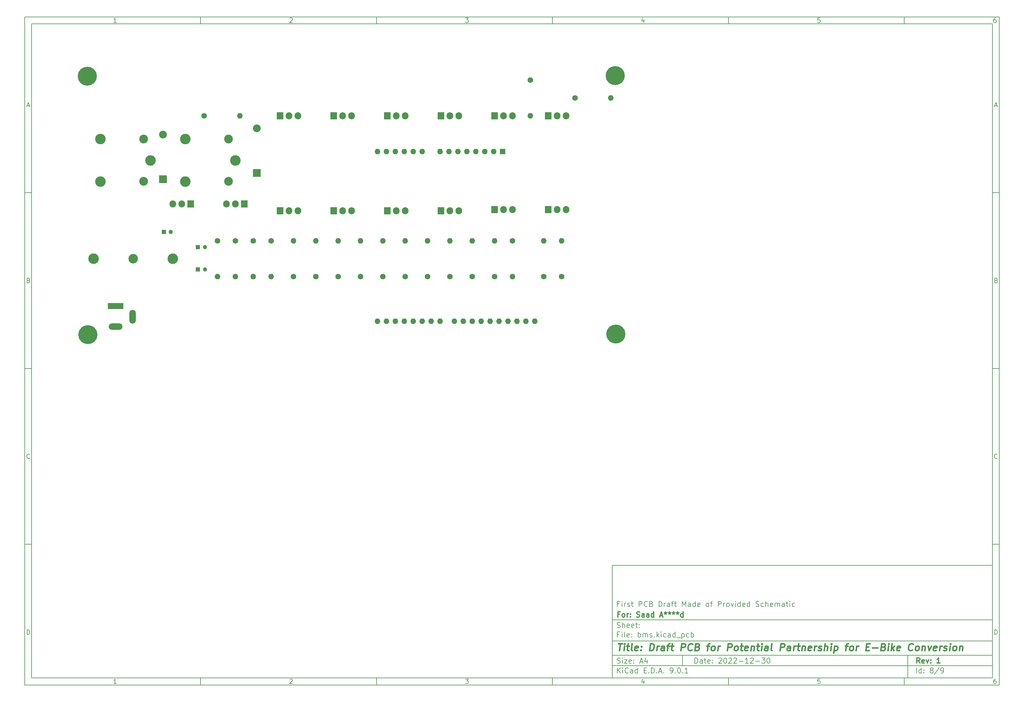
<source format=gbr>
%TF.GenerationSoftware,KiCad,Pcbnew,9.0.1*%
%TF.CreationDate,2025-04-21T20:35:51+04:00*%
%TF.ProjectId,bms,626d732e-6b69-4636-9164-5f7063625858,1*%
%TF.SameCoordinates,Original*%
%TF.FileFunction,Soldermask,Bot*%
%TF.FilePolarity,Negative*%
%FSLAX46Y46*%
G04 Gerber Fmt 4.6, Leading zero omitted, Abs format (unit mm)*
G04 Created by KiCad (PCBNEW 9.0.1) date 2025-04-21 20:35:51*
%MOMM*%
%LPD*%
G01*
G04 APERTURE LIST*
%ADD10C,0.100000*%
%ADD11C,0.150000*%
%ADD12C,0.300000*%
%ADD13C,0.400000*%
%ADD14R,1.905000X2.000000*%
%ADD15O,1.905000X2.000000*%
%ADD16C,1.600000*%
%ADD17O,1.600000X1.600000*%
%ADD18R,1.200000X1.200000*%
%ADD19C,1.200000*%
%ADD20R,2.200000X2.200000*%
%ADD21O,2.200000X2.200000*%
%ADD22C,2.700000*%
%ADD23C,3.000000*%
%ADD24C,0.800000*%
%ADD25C,5.400000*%
%ADD26C,2.500000*%
%ADD27R,4.400000X1.800000*%
%ADD28O,4.000000X1.800000*%
%ADD29O,1.800000X4.000000*%
%ADD30R,1.600000X1.600000*%
G04 APERTURE END LIST*
D10*
D11*
X177002200Y-166007200D02*
X285002200Y-166007200D01*
X285002200Y-198007200D01*
X177002200Y-198007200D01*
X177002200Y-166007200D01*
D10*
D11*
X10000000Y-10000000D02*
X287002200Y-10000000D01*
X287002200Y-200007200D01*
X10000000Y-200007200D01*
X10000000Y-10000000D01*
D10*
D11*
X12000000Y-12000000D02*
X285002200Y-12000000D01*
X285002200Y-198007200D01*
X12000000Y-198007200D01*
X12000000Y-12000000D01*
D10*
D11*
X60000000Y-12000000D02*
X60000000Y-10000000D01*
D10*
D11*
X110000000Y-12000000D02*
X110000000Y-10000000D01*
D10*
D11*
X160000000Y-12000000D02*
X160000000Y-10000000D01*
D10*
D11*
X210000000Y-12000000D02*
X210000000Y-10000000D01*
D10*
D11*
X260000000Y-12000000D02*
X260000000Y-10000000D01*
D10*
D11*
X36089160Y-11593604D02*
X35346303Y-11593604D01*
X35717731Y-11593604D02*
X35717731Y-10293604D01*
X35717731Y-10293604D02*
X35593922Y-10479319D01*
X35593922Y-10479319D02*
X35470112Y-10603128D01*
X35470112Y-10603128D02*
X35346303Y-10665033D01*
D10*
D11*
X85346303Y-10417414D02*
X85408207Y-10355509D01*
X85408207Y-10355509D02*
X85532017Y-10293604D01*
X85532017Y-10293604D02*
X85841541Y-10293604D01*
X85841541Y-10293604D02*
X85965350Y-10355509D01*
X85965350Y-10355509D02*
X86027255Y-10417414D01*
X86027255Y-10417414D02*
X86089160Y-10541223D01*
X86089160Y-10541223D02*
X86089160Y-10665033D01*
X86089160Y-10665033D02*
X86027255Y-10850747D01*
X86027255Y-10850747D02*
X85284398Y-11593604D01*
X85284398Y-11593604D02*
X86089160Y-11593604D01*
D10*
D11*
X135284398Y-10293604D02*
X136089160Y-10293604D01*
X136089160Y-10293604D02*
X135655826Y-10788842D01*
X135655826Y-10788842D02*
X135841541Y-10788842D01*
X135841541Y-10788842D02*
X135965350Y-10850747D01*
X135965350Y-10850747D02*
X136027255Y-10912652D01*
X136027255Y-10912652D02*
X136089160Y-11036461D01*
X136089160Y-11036461D02*
X136089160Y-11345985D01*
X136089160Y-11345985D02*
X136027255Y-11469795D01*
X136027255Y-11469795D02*
X135965350Y-11531700D01*
X135965350Y-11531700D02*
X135841541Y-11593604D01*
X135841541Y-11593604D02*
X135470112Y-11593604D01*
X135470112Y-11593604D02*
X135346303Y-11531700D01*
X135346303Y-11531700D02*
X135284398Y-11469795D01*
D10*
D11*
X185965350Y-10726938D02*
X185965350Y-11593604D01*
X185655826Y-10231700D02*
X185346303Y-11160271D01*
X185346303Y-11160271D02*
X186151064Y-11160271D01*
D10*
D11*
X236027255Y-10293604D02*
X235408207Y-10293604D01*
X235408207Y-10293604D02*
X235346303Y-10912652D01*
X235346303Y-10912652D02*
X235408207Y-10850747D01*
X235408207Y-10850747D02*
X235532017Y-10788842D01*
X235532017Y-10788842D02*
X235841541Y-10788842D01*
X235841541Y-10788842D02*
X235965350Y-10850747D01*
X235965350Y-10850747D02*
X236027255Y-10912652D01*
X236027255Y-10912652D02*
X236089160Y-11036461D01*
X236089160Y-11036461D02*
X236089160Y-11345985D01*
X236089160Y-11345985D02*
X236027255Y-11469795D01*
X236027255Y-11469795D02*
X235965350Y-11531700D01*
X235965350Y-11531700D02*
X235841541Y-11593604D01*
X235841541Y-11593604D02*
X235532017Y-11593604D01*
X235532017Y-11593604D02*
X235408207Y-11531700D01*
X235408207Y-11531700D02*
X235346303Y-11469795D01*
D10*
D11*
X285965350Y-10293604D02*
X285717731Y-10293604D01*
X285717731Y-10293604D02*
X285593922Y-10355509D01*
X285593922Y-10355509D02*
X285532017Y-10417414D01*
X285532017Y-10417414D02*
X285408207Y-10603128D01*
X285408207Y-10603128D02*
X285346303Y-10850747D01*
X285346303Y-10850747D02*
X285346303Y-11345985D01*
X285346303Y-11345985D02*
X285408207Y-11469795D01*
X285408207Y-11469795D02*
X285470112Y-11531700D01*
X285470112Y-11531700D02*
X285593922Y-11593604D01*
X285593922Y-11593604D02*
X285841541Y-11593604D01*
X285841541Y-11593604D02*
X285965350Y-11531700D01*
X285965350Y-11531700D02*
X286027255Y-11469795D01*
X286027255Y-11469795D02*
X286089160Y-11345985D01*
X286089160Y-11345985D02*
X286089160Y-11036461D01*
X286089160Y-11036461D02*
X286027255Y-10912652D01*
X286027255Y-10912652D02*
X285965350Y-10850747D01*
X285965350Y-10850747D02*
X285841541Y-10788842D01*
X285841541Y-10788842D02*
X285593922Y-10788842D01*
X285593922Y-10788842D02*
X285470112Y-10850747D01*
X285470112Y-10850747D02*
X285408207Y-10912652D01*
X285408207Y-10912652D02*
X285346303Y-11036461D01*
D10*
D11*
X60000000Y-198007200D02*
X60000000Y-200007200D01*
D10*
D11*
X110000000Y-198007200D02*
X110000000Y-200007200D01*
D10*
D11*
X160000000Y-198007200D02*
X160000000Y-200007200D01*
D10*
D11*
X210000000Y-198007200D02*
X210000000Y-200007200D01*
D10*
D11*
X260000000Y-198007200D02*
X260000000Y-200007200D01*
D10*
D11*
X36089160Y-199600804D02*
X35346303Y-199600804D01*
X35717731Y-199600804D02*
X35717731Y-198300804D01*
X35717731Y-198300804D02*
X35593922Y-198486519D01*
X35593922Y-198486519D02*
X35470112Y-198610328D01*
X35470112Y-198610328D02*
X35346303Y-198672233D01*
D10*
D11*
X85346303Y-198424614D02*
X85408207Y-198362709D01*
X85408207Y-198362709D02*
X85532017Y-198300804D01*
X85532017Y-198300804D02*
X85841541Y-198300804D01*
X85841541Y-198300804D02*
X85965350Y-198362709D01*
X85965350Y-198362709D02*
X86027255Y-198424614D01*
X86027255Y-198424614D02*
X86089160Y-198548423D01*
X86089160Y-198548423D02*
X86089160Y-198672233D01*
X86089160Y-198672233D02*
X86027255Y-198857947D01*
X86027255Y-198857947D02*
X85284398Y-199600804D01*
X85284398Y-199600804D02*
X86089160Y-199600804D01*
D10*
D11*
X135284398Y-198300804D02*
X136089160Y-198300804D01*
X136089160Y-198300804D02*
X135655826Y-198796042D01*
X135655826Y-198796042D02*
X135841541Y-198796042D01*
X135841541Y-198796042D02*
X135965350Y-198857947D01*
X135965350Y-198857947D02*
X136027255Y-198919852D01*
X136027255Y-198919852D02*
X136089160Y-199043661D01*
X136089160Y-199043661D02*
X136089160Y-199353185D01*
X136089160Y-199353185D02*
X136027255Y-199476995D01*
X136027255Y-199476995D02*
X135965350Y-199538900D01*
X135965350Y-199538900D02*
X135841541Y-199600804D01*
X135841541Y-199600804D02*
X135470112Y-199600804D01*
X135470112Y-199600804D02*
X135346303Y-199538900D01*
X135346303Y-199538900D02*
X135284398Y-199476995D01*
D10*
D11*
X185965350Y-198734138D02*
X185965350Y-199600804D01*
X185655826Y-198238900D02*
X185346303Y-199167471D01*
X185346303Y-199167471D02*
X186151064Y-199167471D01*
D10*
D11*
X236027255Y-198300804D02*
X235408207Y-198300804D01*
X235408207Y-198300804D02*
X235346303Y-198919852D01*
X235346303Y-198919852D02*
X235408207Y-198857947D01*
X235408207Y-198857947D02*
X235532017Y-198796042D01*
X235532017Y-198796042D02*
X235841541Y-198796042D01*
X235841541Y-198796042D02*
X235965350Y-198857947D01*
X235965350Y-198857947D02*
X236027255Y-198919852D01*
X236027255Y-198919852D02*
X236089160Y-199043661D01*
X236089160Y-199043661D02*
X236089160Y-199353185D01*
X236089160Y-199353185D02*
X236027255Y-199476995D01*
X236027255Y-199476995D02*
X235965350Y-199538900D01*
X235965350Y-199538900D02*
X235841541Y-199600804D01*
X235841541Y-199600804D02*
X235532017Y-199600804D01*
X235532017Y-199600804D02*
X235408207Y-199538900D01*
X235408207Y-199538900D02*
X235346303Y-199476995D01*
D10*
D11*
X285965350Y-198300804D02*
X285717731Y-198300804D01*
X285717731Y-198300804D02*
X285593922Y-198362709D01*
X285593922Y-198362709D02*
X285532017Y-198424614D01*
X285532017Y-198424614D02*
X285408207Y-198610328D01*
X285408207Y-198610328D02*
X285346303Y-198857947D01*
X285346303Y-198857947D02*
X285346303Y-199353185D01*
X285346303Y-199353185D02*
X285408207Y-199476995D01*
X285408207Y-199476995D02*
X285470112Y-199538900D01*
X285470112Y-199538900D02*
X285593922Y-199600804D01*
X285593922Y-199600804D02*
X285841541Y-199600804D01*
X285841541Y-199600804D02*
X285965350Y-199538900D01*
X285965350Y-199538900D02*
X286027255Y-199476995D01*
X286027255Y-199476995D02*
X286089160Y-199353185D01*
X286089160Y-199353185D02*
X286089160Y-199043661D01*
X286089160Y-199043661D02*
X286027255Y-198919852D01*
X286027255Y-198919852D02*
X285965350Y-198857947D01*
X285965350Y-198857947D02*
X285841541Y-198796042D01*
X285841541Y-198796042D02*
X285593922Y-198796042D01*
X285593922Y-198796042D02*
X285470112Y-198857947D01*
X285470112Y-198857947D02*
X285408207Y-198919852D01*
X285408207Y-198919852D02*
X285346303Y-199043661D01*
D10*
D11*
X10000000Y-60000000D02*
X12000000Y-60000000D01*
D10*
D11*
X10000000Y-110000000D02*
X12000000Y-110000000D01*
D10*
D11*
X10000000Y-160000000D02*
X12000000Y-160000000D01*
D10*
D11*
X10690476Y-35222176D02*
X11309523Y-35222176D01*
X10566666Y-35593604D02*
X10999999Y-34293604D01*
X10999999Y-34293604D02*
X11433333Y-35593604D01*
D10*
D11*
X11092857Y-84912652D02*
X11278571Y-84974557D01*
X11278571Y-84974557D02*
X11340476Y-85036461D01*
X11340476Y-85036461D02*
X11402380Y-85160271D01*
X11402380Y-85160271D02*
X11402380Y-85345985D01*
X11402380Y-85345985D02*
X11340476Y-85469795D01*
X11340476Y-85469795D02*
X11278571Y-85531700D01*
X11278571Y-85531700D02*
X11154761Y-85593604D01*
X11154761Y-85593604D02*
X10659523Y-85593604D01*
X10659523Y-85593604D02*
X10659523Y-84293604D01*
X10659523Y-84293604D02*
X11092857Y-84293604D01*
X11092857Y-84293604D02*
X11216666Y-84355509D01*
X11216666Y-84355509D02*
X11278571Y-84417414D01*
X11278571Y-84417414D02*
X11340476Y-84541223D01*
X11340476Y-84541223D02*
X11340476Y-84665033D01*
X11340476Y-84665033D02*
X11278571Y-84788842D01*
X11278571Y-84788842D02*
X11216666Y-84850747D01*
X11216666Y-84850747D02*
X11092857Y-84912652D01*
X11092857Y-84912652D02*
X10659523Y-84912652D01*
D10*
D11*
X11402380Y-135469795D02*
X11340476Y-135531700D01*
X11340476Y-135531700D02*
X11154761Y-135593604D01*
X11154761Y-135593604D02*
X11030952Y-135593604D01*
X11030952Y-135593604D02*
X10845238Y-135531700D01*
X10845238Y-135531700D02*
X10721428Y-135407890D01*
X10721428Y-135407890D02*
X10659523Y-135284080D01*
X10659523Y-135284080D02*
X10597619Y-135036461D01*
X10597619Y-135036461D02*
X10597619Y-134850747D01*
X10597619Y-134850747D02*
X10659523Y-134603128D01*
X10659523Y-134603128D02*
X10721428Y-134479319D01*
X10721428Y-134479319D02*
X10845238Y-134355509D01*
X10845238Y-134355509D02*
X11030952Y-134293604D01*
X11030952Y-134293604D02*
X11154761Y-134293604D01*
X11154761Y-134293604D02*
X11340476Y-134355509D01*
X11340476Y-134355509D02*
X11402380Y-134417414D01*
D10*
D11*
X10659523Y-185593604D02*
X10659523Y-184293604D01*
X10659523Y-184293604D02*
X10969047Y-184293604D01*
X10969047Y-184293604D02*
X11154761Y-184355509D01*
X11154761Y-184355509D02*
X11278571Y-184479319D01*
X11278571Y-184479319D02*
X11340476Y-184603128D01*
X11340476Y-184603128D02*
X11402380Y-184850747D01*
X11402380Y-184850747D02*
X11402380Y-185036461D01*
X11402380Y-185036461D02*
X11340476Y-185284080D01*
X11340476Y-185284080D02*
X11278571Y-185407890D01*
X11278571Y-185407890D02*
X11154761Y-185531700D01*
X11154761Y-185531700D02*
X10969047Y-185593604D01*
X10969047Y-185593604D02*
X10659523Y-185593604D01*
D10*
D11*
X287002200Y-60000000D02*
X285002200Y-60000000D01*
D10*
D11*
X287002200Y-110000000D02*
X285002200Y-110000000D01*
D10*
D11*
X287002200Y-160000000D02*
X285002200Y-160000000D01*
D10*
D11*
X285692676Y-35222176D02*
X286311723Y-35222176D01*
X285568866Y-35593604D02*
X286002199Y-34293604D01*
X286002199Y-34293604D02*
X286435533Y-35593604D01*
D10*
D11*
X286095057Y-84912652D02*
X286280771Y-84974557D01*
X286280771Y-84974557D02*
X286342676Y-85036461D01*
X286342676Y-85036461D02*
X286404580Y-85160271D01*
X286404580Y-85160271D02*
X286404580Y-85345985D01*
X286404580Y-85345985D02*
X286342676Y-85469795D01*
X286342676Y-85469795D02*
X286280771Y-85531700D01*
X286280771Y-85531700D02*
X286156961Y-85593604D01*
X286156961Y-85593604D02*
X285661723Y-85593604D01*
X285661723Y-85593604D02*
X285661723Y-84293604D01*
X285661723Y-84293604D02*
X286095057Y-84293604D01*
X286095057Y-84293604D02*
X286218866Y-84355509D01*
X286218866Y-84355509D02*
X286280771Y-84417414D01*
X286280771Y-84417414D02*
X286342676Y-84541223D01*
X286342676Y-84541223D02*
X286342676Y-84665033D01*
X286342676Y-84665033D02*
X286280771Y-84788842D01*
X286280771Y-84788842D02*
X286218866Y-84850747D01*
X286218866Y-84850747D02*
X286095057Y-84912652D01*
X286095057Y-84912652D02*
X285661723Y-84912652D01*
D10*
D11*
X286404580Y-135469795D02*
X286342676Y-135531700D01*
X286342676Y-135531700D02*
X286156961Y-135593604D01*
X286156961Y-135593604D02*
X286033152Y-135593604D01*
X286033152Y-135593604D02*
X285847438Y-135531700D01*
X285847438Y-135531700D02*
X285723628Y-135407890D01*
X285723628Y-135407890D02*
X285661723Y-135284080D01*
X285661723Y-135284080D02*
X285599819Y-135036461D01*
X285599819Y-135036461D02*
X285599819Y-134850747D01*
X285599819Y-134850747D02*
X285661723Y-134603128D01*
X285661723Y-134603128D02*
X285723628Y-134479319D01*
X285723628Y-134479319D02*
X285847438Y-134355509D01*
X285847438Y-134355509D02*
X286033152Y-134293604D01*
X286033152Y-134293604D02*
X286156961Y-134293604D01*
X286156961Y-134293604D02*
X286342676Y-134355509D01*
X286342676Y-134355509D02*
X286404580Y-134417414D01*
D10*
D11*
X285661723Y-185593604D02*
X285661723Y-184293604D01*
X285661723Y-184293604D02*
X285971247Y-184293604D01*
X285971247Y-184293604D02*
X286156961Y-184355509D01*
X286156961Y-184355509D02*
X286280771Y-184479319D01*
X286280771Y-184479319D02*
X286342676Y-184603128D01*
X286342676Y-184603128D02*
X286404580Y-184850747D01*
X286404580Y-184850747D02*
X286404580Y-185036461D01*
X286404580Y-185036461D02*
X286342676Y-185284080D01*
X286342676Y-185284080D02*
X286280771Y-185407890D01*
X286280771Y-185407890D02*
X286156961Y-185531700D01*
X286156961Y-185531700D02*
X285971247Y-185593604D01*
X285971247Y-185593604D02*
X285661723Y-185593604D01*
D10*
D11*
X200458026Y-193793328D02*
X200458026Y-192293328D01*
X200458026Y-192293328D02*
X200815169Y-192293328D01*
X200815169Y-192293328D02*
X201029455Y-192364757D01*
X201029455Y-192364757D02*
X201172312Y-192507614D01*
X201172312Y-192507614D02*
X201243741Y-192650471D01*
X201243741Y-192650471D02*
X201315169Y-192936185D01*
X201315169Y-192936185D02*
X201315169Y-193150471D01*
X201315169Y-193150471D02*
X201243741Y-193436185D01*
X201243741Y-193436185D02*
X201172312Y-193579042D01*
X201172312Y-193579042D02*
X201029455Y-193721900D01*
X201029455Y-193721900D02*
X200815169Y-193793328D01*
X200815169Y-193793328D02*
X200458026Y-193793328D01*
X202600884Y-193793328D02*
X202600884Y-193007614D01*
X202600884Y-193007614D02*
X202529455Y-192864757D01*
X202529455Y-192864757D02*
X202386598Y-192793328D01*
X202386598Y-192793328D02*
X202100884Y-192793328D01*
X202100884Y-192793328D02*
X201958026Y-192864757D01*
X202600884Y-193721900D02*
X202458026Y-193793328D01*
X202458026Y-193793328D02*
X202100884Y-193793328D01*
X202100884Y-193793328D02*
X201958026Y-193721900D01*
X201958026Y-193721900D02*
X201886598Y-193579042D01*
X201886598Y-193579042D02*
X201886598Y-193436185D01*
X201886598Y-193436185D02*
X201958026Y-193293328D01*
X201958026Y-193293328D02*
X202100884Y-193221900D01*
X202100884Y-193221900D02*
X202458026Y-193221900D01*
X202458026Y-193221900D02*
X202600884Y-193150471D01*
X203100884Y-192793328D02*
X203672312Y-192793328D01*
X203315169Y-192293328D02*
X203315169Y-193579042D01*
X203315169Y-193579042D02*
X203386598Y-193721900D01*
X203386598Y-193721900D02*
X203529455Y-193793328D01*
X203529455Y-193793328D02*
X203672312Y-193793328D01*
X204743741Y-193721900D02*
X204600884Y-193793328D01*
X204600884Y-193793328D02*
X204315170Y-193793328D01*
X204315170Y-193793328D02*
X204172312Y-193721900D01*
X204172312Y-193721900D02*
X204100884Y-193579042D01*
X204100884Y-193579042D02*
X204100884Y-193007614D01*
X204100884Y-193007614D02*
X204172312Y-192864757D01*
X204172312Y-192864757D02*
X204315170Y-192793328D01*
X204315170Y-192793328D02*
X204600884Y-192793328D01*
X204600884Y-192793328D02*
X204743741Y-192864757D01*
X204743741Y-192864757D02*
X204815170Y-193007614D01*
X204815170Y-193007614D02*
X204815170Y-193150471D01*
X204815170Y-193150471D02*
X204100884Y-193293328D01*
X205458026Y-193650471D02*
X205529455Y-193721900D01*
X205529455Y-193721900D02*
X205458026Y-193793328D01*
X205458026Y-193793328D02*
X205386598Y-193721900D01*
X205386598Y-193721900D02*
X205458026Y-193650471D01*
X205458026Y-193650471D02*
X205458026Y-193793328D01*
X205458026Y-192864757D02*
X205529455Y-192936185D01*
X205529455Y-192936185D02*
X205458026Y-193007614D01*
X205458026Y-193007614D02*
X205386598Y-192936185D01*
X205386598Y-192936185D02*
X205458026Y-192864757D01*
X205458026Y-192864757D02*
X205458026Y-193007614D01*
X207243741Y-192436185D02*
X207315169Y-192364757D01*
X207315169Y-192364757D02*
X207458027Y-192293328D01*
X207458027Y-192293328D02*
X207815169Y-192293328D01*
X207815169Y-192293328D02*
X207958027Y-192364757D01*
X207958027Y-192364757D02*
X208029455Y-192436185D01*
X208029455Y-192436185D02*
X208100884Y-192579042D01*
X208100884Y-192579042D02*
X208100884Y-192721900D01*
X208100884Y-192721900D02*
X208029455Y-192936185D01*
X208029455Y-192936185D02*
X207172312Y-193793328D01*
X207172312Y-193793328D02*
X208100884Y-193793328D01*
X209029455Y-192293328D02*
X209172312Y-192293328D01*
X209172312Y-192293328D02*
X209315169Y-192364757D01*
X209315169Y-192364757D02*
X209386598Y-192436185D01*
X209386598Y-192436185D02*
X209458026Y-192579042D01*
X209458026Y-192579042D02*
X209529455Y-192864757D01*
X209529455Y-192864757D02*
X209529455Y-193221900D01*
X209529455Y-193221900D02*
X209458026Y-193507614D01*
X209458026Y-193507614D02*
X209386598Y-193650471D01*
X209386598Y-193650471D02*
X209315169Y-193721900D01*
X209315169Y-193721900D02*
X209172312Y-193793328D01*
X209172312Y-193793328D02*
X209029455Y-193793328D01*
X209029455Y-193793328D02*
X208886598Y-193721900D01*
X208886598Y-193721900D02*
X208815169Y-193650471D01*
X208815169Y-193650471D02*
X208743740Y-193507614D01*
X208743740Y-193507614D02*
X208672312Y-193221900D01*
X208672312Y-193221900D02*
X208672312Y-192864757D01*
X208672312Y-192864757D02*
X208743740Y-192579042D01*
X208743740Y-192579042D02*
X208815169Y-192436185D01*
X208815169Y-192436185D02*
X208886598Y-192364757D01*
X208886598Y-192364757D02*
X209029455Y-192293328D01*
X210100883Y-192436185D02*
X210172311Y-192364757D01*
X210172311Y-192364757D02*
X210315169Y-192293328D01*
X210315169Y-192293328D02*
X210672311Y-192293328D01*
X210672311Y-192293328D02*
X210815169Y-192364757D01*
X210815169Y-192364757D02*
X210886597Y-192436185D01*
X210886597Y-192436185D02*
X210958026Y-192579042D01*
X210958026Y-192579042D02*
X210958026Y-192721900D01*
X210958026Y-192721900D02*
X210886597Y-192936185D01*
X210886597Y-192936185D02*
X210029454Y-193793328D01*
X210029454Y-193793328D02*
X210958026Y-193793328D01*
X211529454Y-192436185D02*
X211600882Y-192364757D01*
X211600882Y-192364757D02*
X211743740Y-192293328D01*
X211743740Y-192293328D02*
X212100882Y-192293328D01*
X212100882Y-192293328D02*
X212243740Y-192364757D01*
X212243740Y-192364757D02*
X212315168Y-192436185D01*
X212315168Y-192436185D02*
X212386597Y-192579042D01*
X212386597Y-192579042D02*
X212386597Y-192721900D01*
X212386597Y-192721900D02*
X212315168Y-192936185D01*
X212315168Y-192936185D02*
X211458025Y-193793328D01*
X211458025Y-193793328D02*
X212386597Y-193793328D01*
X213029453Y-193221900D02*
X214172311Y-193221900D01*
X215672311Y-193793328D02*
X214815168Y-193793328D01*
X215243739Y-193793328D02*
X215243739Y-192293328D01*
X215243739Y-192293328D02*
X215100882Y-192507614D01*
X215100882Y-192507614D02*
X214958025Y-192650471D01*
X214958025Y-192650471D02*
X214815168Y-192721900D01*
X216243739Y-192436185D02*
X216315167Y-192364757D01*
X216315167Y-192364757D02*
X216458025Y-192293328D01*
X216458025Y-192293328D02*
X216815167Y-192293328D01*
X216815167Y-192293328D02*
X216958025Y-192364757D01*
X216958025Y-192364757D02*
X217029453Y-192436185D01*
X217029453Y-192436185D02*
X217100882Y-192579042D01*
X217100882Y-192579042D02*
X217100882Y-192721900D01*
X217100882Y-192721900D02*
X217029453Y-192936185D01*
X217029453Y-192936185D02*
X216172310Y-193793328D01*
X216172310Y-193793328D02*
X217100882Y-193793328D01*
X217743738Y-193221900D02*
X218886596Y-193221900D01*
X219458024Y-192293328D02*
X220386596Y-192293328D01*
X220386596Y-192293328D02*
X219886596Y-192864757D01*
X219886596Y-192864757D02*
X220100881Y-192864757D01*
X220100881Y-192864757D02*
X220243739Y-192936185D01*
X220243739Y-192936185D02*
X220315167Y-193007614D01*
X220315167Y-193007614D02*
X220386596Y-193150471D01*
X220386596Y-193150471D02*
X220386596Y-193507614D01*
X220386596Y-193507614D02*
X220315167Y-193650471D01*
X220315167Y-193650471D02*
X220243739Y-193721900D01*
X220243739Y-193721900D02*
X220100881Y-193793328D01*
X220100881Y-193793328D02*
X219672310Y-193793328D01*
X219672310Y-193793328D02*
X219529453Y-193721900D01*
X219529453Y-193721900D02*
X219458024Y-193650471D01*
X221315167Y-192293328D02*
X221458024Y-192293328D01*
X221458024Y-192293328D02*
X221600881Y-192364757D01*
X221600881Y-192364757D02*
X221672310Y-192436185D01*
X221672310Y-192436185D02*
X221743738Y-192579042D01*
X221743738Y-192579042D02*
X221815167Y-192864757D01*
X221815167Y-192864757D02*
X221815167Y-193221900D01*
X221815167Y-193221900D02*
X221743738Y-193507614D01*
X221743738Y-193507614D02*
X221672310Y-193650471D01*
X221672310Y-193650471D02*
X221600881Y-193721900D01*
X221600881Y-193721900D02*
X221458024Y-193793328D01*
X221458024Y-193793328D02*
X221315167Y-193793328D01*
X221315167Y-193793328D02*
X221172310Y-193721900D01*
X221172310Y-193721900D02*
X221100881Y-193650471D01*
X221100881Y-193650471D02*
X221029452Y-193507614D01*
X221029452Y-193507614D02*
X220958024Y-193221900D01*
X220958024Y-193221900D02*
X220958024Y-192864757D01*
X220958024Y-192864757D02*
X221029452Y-192579042D01*
X221029452Y-192579042D02*
X221100881Y-192436185D01*
X221100881Y-192436185D02*
X221172310Y-192364757D01*
X221172310Y-192364757D02*
X221315167Y-192293328D01*
D10*
D11*
X177002200Y-194507200D02*
X285002200Y-194507200D01*
D10*
D11*
X178458026Y-196593328D02*
X178458026Y-195093328D01*
X179315169Y-196593328D02*
X178672312Y-195736185D01*
X179315169Y-195093328D02*
X178458026Y-195950471D01*
X179958026Y-196593328D02*
X179958026Y-195593328D01*
X179958026Y-195093328D02*
X179886598Y-195164757D01*
X179886598Y-195164757D02*
X179958026Y-195236185D01*
X179958026Y-195236185D02*
X180029455Y-195164757D01*
X180029455Y-195164757D02*
X179958026Y-195093328D01*
X179958026Y-195093328D02*
X179958026Y-195236185D01*
X181529455Y-196450471D02*
X181458027Y-196521900D01*
X181458027Y-196521900D02*
X181243741Y-196593328D01*
X181243741Y-196593328D02*
X181100884Y-196593328D01*
X181100884Y-196593328D02*
X180886598Y-196521900D01*
X180886598Y-196521900D02*
X180743741Y-196379042D01*
X180743741Y-196379042D02*
X180672312Y-196236185D01*
X180672312Y-196236185D02*
X180600884Y-195950471D01*
X180600884Y-195950471D02*
X180600884Y-195736185D01*
X180600884Y-195736185D02*
X180672312Y-195450471D01*
X180672312Y-195450471D02*
X180743741Y-195307614D01*
X180743741Y-195307614D02*
X180886598Y-195164757D01*
X180886598Y-195164757D02*
X181100884Y-195093328D01*
X181100884Y-195093328D02*
X181243741Y-195093328D01*
X181243741Y-195093328D02*
X181458027Y-195164757D01*
X181458027Y-195164757D02*
X181529455Y-195236185D01*
X182815170Y-196593328D02*
X182815170Y-195807614D01*
X182815170Y-195807614D02*
X182743741Y-195664757D01*
X182743741Y-195664757D02*
X182600884Y-195593328D01*
X182600884Y-195593328D02*
X182315170Y-195593328D01*
X182315170Y-195593328D02*
X182172312Y-195664757D01*
X182815170Y-196521900D02*
X182672312Y-196593328D01*
X182672312Y-196593328D02*
X182315170Y-196593328D01*
X182315170Y-196593328D02*
X182172312Y-196521900D01*
X182172312Y-196521900D02*
X182100884Y-196379042D01*
X182100884Y-196379042D02*
X182100884Y-196236185D01*
X182100884Y-196236185D02*
X182172312Y-196093328D01*
X182172312Y-196093328D02*
X182315170Y-196021900D01*
X182315170Y-196021900D02*
X182672312Y-196021900D01*
X182672312Y-196021900D02*
X182815170Y-195950471D01*
X184172313Y-196593328D02*
X184172313Y-195093328D01*
X184172313Y-196521900D02*
X184029455Y-196593328D01*
X184029455Y-196593328D02*
X183743741Y-196593328D01*
X183743741Y-196593328D02*
X183600884Y-196521900D01*
X183600884Y-196521900D02*
X183529455Y-196450471D01*
X183529455Y-196450471D02*
X183458027Y-196307614D01*
X183458027Y-196307614D02*
X183458027Y-195879042D01*
X183458027Y-195879042D02*
X183529455Y-195736185D01*
X183529455Y-195736185D02*
X183600884Y-195664757D01*
X183600884Y-195664757D02*
X183743741Y-195593328D01*
X183743741Y-195593328D02*
X184029455Y-195593328D01*
X184029455Y-195593328D02*
X184172313Y-195664757D01*
X186029455Y-195807614D02*
X186529455Y-195807614D01*
X186743741Y-196593328D02*
X186029455Y-196593328D01*
X186029455Y-196593328D02*
X186029455Y-195093328D01*
X186029455Y-195093328D02*
X186743741Y-195093328D01*
X187386598Y-196450471D02*
X187458027Y-196521900D01*
X187458027Y-196521900D02*
X187386598Y-196593328D01*
X187386598Y-196593328D02*
X187315170Y-196521900D01*
X187315170Y-196521900D02*
X187386598Y-196450471D01*
X187386598Y-196450471D02*
X187386598Y-196593328D01*
X188100884Y-196593328D02*
X188100884Y-195093328D01*
X188100884Y-195093328D02*
X188458027Y-195093328D01*
X188458027Y-195093328D02*
X188672313Y-195164757D01*
X188672313Y-195164757D02*
X188815170Y-195307614D01*
X188815170Y-195307614D02*
X188886599Y-195450471D01*
X188886599Y-195450471D02*
X188958027Y-195736185D01*
X188958027Y-195736185D02*
X188958027Y-195950471D01*
X188958027Y-195950471D02*
X188886599Y-196236185D01*
X188886599Y-196236185D02*
X188815170Y-196379042D01*
X188815170Y-196379042D02*
X188672313Y-196521900D01*
X188672313Y-196521900D02*
X188458027Y-196593328D01*
X188458027Y-196593328D02*
X188100884Y-196593328D01*
X189600884Y-196450471D02*
X189672313Y-196521900D01*
X189672313Y-196521900D02*
X189600884Y-196593328D01*
X189600884Y-196593328D02*
X189529456Y-196521900D01*
X189529456Y-196521900D02*
X189600884Y-196450471D01*
X189600884Y-196450471D02*
X189600884Y-196593328D01*
X190243742Y-196164757D02*
X190958028Y-196164757D01*
X190100885Y-196593328D02*
X190600885Y-195093328D01*
X190600885Y-195093328D02*
X191100885Y-196593328D01*
X191600884Y-196450471D02*
X191672313Y-196521900D01*
X191672313Y-196521900D02*
X191600884Y-196593328D01*
X191600884Y-196593328D02*
X191529456Y-196521900D01*
X191529456Y-196521900D02*
X191600884Y-196450471D01*
X191600884Y-196450471D02*
X191600884Y-196593328D01*
X193529456Y-196593328D02*
X193815170Y-196593328D01*
X193815170Y-196593328D02*
X193958027Y-196521900D01*
X193958027Y-196521900D02*
X194029456Y-196450471D01*
X194029456Y-196450471D02*
X194172313Y-196236185D01*
X194172313Y-196236185D02*
X194243742Y-195950471D01*
X194243742Y-195950471D02*
X194243742Y-195379042D01*
X194243742Y-195379042D02*
X194172313Y-195236185D01*
X194172313Y-195236185D02*
X194100885Y-195164757D01*
X194100885Y-195164757D02*
X193958027Y-195093328D01*
X193958027Y-195093328D02*
X193672313Y-195093328D01*
X193672313Y-195093328D02*
X193529456Y-195164757D01*
X193529456Y-195164757D02*
X193458027Y-195236185D01*
X193458027Y-195236185D02*
X193386599Y-195379042D01*
X193386599Y-195379042D02*
X193386599Y-195736185D01*
X193386599Y-195736185D02*
X193458027Y-195879042D01*
X193458027Y-195879042D02*
X193529456Y-195950471D01*
X193529456Y-195950471D02*
X193672313Y-196021900D01*
X193672313Y-196021900D02*
X193958027Y-196021900D01*
X193958027Y-196021900D02*
X194100885Y-195950471D01*
X194100885Y-195950471D02*
X194172313Y-195879042D01*
X194172313Y-195879042D02*
X194243742Y-195736185D01*
X194886598Y-196450471D02*
X194958027Y-196521900D01*
X194958027Y-196521900D02*
X194886598Y-196593328D01*
X194886598Y-196593328D02*
X194815170Y-196521900D01*
X194815170Y-196521900D02*
X194886598Y-196450471D01*
X194886598Y-196450471D02*
X194886598Y-196593328D01*
X195886599Y-195093328D02*
X196029456Y-195093328D01*
X196029456Y-195093328D02*
X196172313Y-195164757D01*
X196172313Y-195164757D02*
X196243742Y-195236185D01*
X196243742Y-195236185D02*
X196315170Y-195379042D01*
X196315170Y-195379042D02*
X196386599Y-195664757D01*
X196386599Y-195664757D02*
X196386599Y-196021900D01*
X196386599Y-196021900D02*
X196315170Y-196307614D01*
X196315170Y-196307614D02*
X196243742Y-196450471D01*
X196243742Y-196450471D02*
X196172313Y-196521900D01*
X196172313Y-196521900D02*
X196029456Y-196593328D01*
X196029456Y-196593328D02*
X195886599Y-196593328D01*
X195886599Y-196593328D02*
X195743742Y-196521900D01*
X195743742Y-196521900D02*
X195672313Y-196450471D01*
X195672313Y-196450471D02*
X195600884Y-196307614D01*
X195600884Y-196307614D02*
X195529456Y-196021900D01*
X195529456Y-196021900D02*
X195529456Y-195664757D01*
X195529456Y-195664757D02*
X195600884Y-195379042D01*
X195600884Y-195379042D02*
X195672313Y-195236185D01*
X195672313Y-195236185D02*
X195743742Y-195164757D01*
X195743742Y-195164757D02*
X195886599Y-195093328D01*
X197029455Y-196450471D02*
X197100884Y-196521900D01*
X197100884Y-196521900D02*
X197029455Y-196593328D01*
X197029455Y-196593328D02*
X196958027Y-196521900D01*
X196958027Y-196521900D02*
X197029455Y-196450471D01*
X197029455Y-196450471D02*
X197029455Y-196593328D01*
X198529456Y-196593328D02*
X197672313Y-196593328D01*
X198100884Y-196593328D02*
X198100884Y-195093328D01*
X198100884Y-195093328D02*
X197958027Y-195307614D01*
X197958027Y-195307614D02*
X197815170Y-195450471D01*
X197815170Y-195450471D02*
X197672313Y-195521900D01*
D10*
D11*
X177002200Y-191507200D02*
X285002200Y-191507200D01*
D10*
D12*
X264413853Y-193785528D02*
X263913853Y-193071242D01*
X263556710Y-193785528D02*
X263556710Y-192285528D01*
X263556710Y-192285528D02*
X264128139Y-192285528D01*
X264128139Y-192285528D02*
X264270996Y-192356957D01*
X264270996Y-192356957D02*
X264342425Y-192428385D01*
X264342425Y-192428385D02*
X264413853Y-192571242D01*
X264413853Y-192571242D02*
X264413853Y-192785528D01*
X264413853Y-192785528D02*
X264342425Y-192928385D01*
X264342425Y-192928385D02*
X264270996Y-192999814D01*
X264270996Y-192999814D02*
X264128139Y-193071242D01*
X264128139Y-193071242D02*
X263556710Y-193071242D01*
X265628139Y-193714100D02*
X265485282Y-193785528D01*
X265485282Y-193785528D02*
X265199568Y-193785528D01*
X265199568Y-193785528D02*
X265056710Y-193714100D01*
X265056710Y-193714100D02*
X264985282Y-193571242D01*
X264985282Y-193571242D02*
X264985282Y-192999814D01*
X264985282Y-192999814D02*
X265056710Y-192856957D01*
X265056710Y-192856957D02*
X265199568Y-192785528D01*
X265199568Y-192785528D02*
X265485282Y-192785528D01*
X265485282Y-192785528D02*
X265628139Y-192856957D01*
X265628139Y-192856957D02*
X265699568Y-192999814D01*
X265699568Y-192999814D02*
X265699568Y-193142671D01*
X265699568Y-193142671D02*
X264985282Y-193285528D01*
X266199567Y-192785528D02*
X266556710Y-193785528D01*
X266556710Y-193785528D02*
X266913853Y-192785528D01*
X267485281Y-193642671D02*
X267556710Y-193714100D01*
X267556710Y-193714100D02*
X267485281Y-193785528D01*
X267485281Y-193785528D02*
X267413853Y-193714100D01*
X267413853Y-193714100D02*
X267485281Y-193642671D01*
X267485281Y-193642671D02*
X267485281Y-193785528D01*
X267485281Y-192856957D02*
X267556710Y-192928385D01*
X267556710Y-192928385D02*
X267485281Y-192999814D01*
X267485281Y-192999814D02*
X267413853Y-192928385D01*
X267413853Y-192928385D02*
X267485281Y-192856957D01*
X267485281Y-192856957D02*
X267485281Y-192999814D01*
X270128139Y-193785528D02*
X269270996Y-193785528D01*
X269699567Y-193785528D02*
X269699567Y-192285528D01*
X269699567Y-192285528D02*
X269556710Y-192499814D01*
X269556710Y-192499814D02*
X269413853Y-192642671D01*
X269413853Y-192642671D02*
X269270996Y-192714100D01*
D10*
D11*
X178386598Y-193721900D02*
X178600884Y-193793328D01*
X178600884Y-193793328D02*
X178958026Y-193793328D01*
X178958026Y-193793328D02*
X179100884Y-193721900D01*
X179100884Y-193721900D02*
X179172312Y-193650471D01*
X179172312Y-193650471D02*
X179243741Y-193507614D01*
X179243741Y-193507614D02*
X179243741Y-193364757D01*
X179243741Y-193364757D02*
X179172312Y-193221900D01*
X179172312Y-193221900D02*
X179100884Y-193150471D01*
X179100884Y-193150471D02*
X178958026Y-193079042D01*
X178958026Y-193079042D02*
X178672312Y-193007614D01*
X178672312Y-193007614D02*
X178529455Y-192936185D01*
X178529455Y-192936185D02*
X178458026Y-192864757D01*
X178458026Y-192864757D02*
X178386598Y-192721900D01*
X178386598Y-192721900D02*
X178386598Y-192579042D01*
X178386598Y-192579042D02*
X178458026Y-192436185D01*
X178458026Y-192436185D02*
X178529455Y-192364757D01*
X178529455Y-192364757D02*
X178672312Y-192293328D01*
X178672312Y-192293328D02*
X179029455Y-192293328D01*
X179029455Y-192293328D02*
X179243741Y-192364757D01*
X179886597Y-193793328D02*
X179886597Y-192793328D01*
X179886597Y-192293328D02*
X179815169Y-192364757D01*
X179815169Y-192364757D02*
X179886597Y-192436185D01*
X179886597Y-192436185D02*
X179958026Y-192364757D01*
X179958026Y-192364757D02*
X179886597Y-192293328D01*
X179886597Y-192293328D02*
X179886597Y-192436185D01*
X180458026Y-192793328D02*
X181243741Y-192793328D01*
X181243741Y-192793328D02*
X180458026Y-193793328D01*
X180458026Y-193793328D02*
X181243741Y-193793328D01*
X182386598Y-193721900D02*
X182243741Y-193793328D01*
X182243741Y-193793328D02*
X181958027Y-193793328D01*
X181958027Y-193793328D02*
X181815169Y-193721900D01*
X181815169Y-193721900D02*
X181743741Y-193579042D01*
X181743741Y-193579042D02*
X181743741Y-193007614D01*
X181743741Y-193007614D02*
X181815169Y-192864757D01*
X181815169Y-192864757D02*
X181958027Y-192793328D01*
X181958027Y-192793328D02*
X182243741Y-192793328D01*
X182243741Y-192793328D02*
X182386598Y-192864757D01*
X182386598Y-192864757D02*
X182458027Y-193007614D01*
X182458027Y-193007614D02*
X182458027Y-193150471D01*
X182458027Y-193150471D02*
X181743741Y-193293328D01*
X183100883Y-193650471D02*
X183172312Y-193721900D01*
X183172312Y-193721900D02*
X183100883Y-193793328D01*
X183100883Y-193793328D02*
X183029455Y-193721900D01*
X183029455Y-193721900D02*
X183100883Y-193650471D01*
X183100883Y-193650471D02*
X183100883Y-193793328D01*
X183100883Y-192864757D02*
X183172312Y-192936185D01*
X183172312Y-192936185D02*
X183100883Y-193007614D01*
X183100883Y-193007614D02*
X183029455Y-192936185D01*
X183029455Y-192936185D02*
X183100883Y-192864757D01*
X183100883Y-192864757D02*
X183100883Y-193007614D01*
X184886598Y-193364757D02*
X185600884Y-193364757D01*
X184743741Y-193793328D02*
X185243741Y-192293328D01*
X185243741Y-192293328D02*
X185743741Y-193793328D01*
X186886598Y-192793328D02*
X186886598Y-193793328D01*
X186529455Y-192221900D02*
X186172312Y-193293328D01*
X186172312Y-193293328D02*
X187100883Y-193293328D01*
D10*
D11*
X263458026Y-196593328D02*
X263458026Y-195093328D01*
X264815170Y-196593328D02*
X264815170Y-195093328D01*
X264815170Y-196521900D02*
X264672312Y-196593328D01*
X264672312Y-196593328D02*
X264386598Y-196593328D01*
X264386598Y-196593328D02*
X264243741Y-196521900D01*
X264243741Y-196521900D02*
X264172312Y-196450471D01*
X264172312Y-196450471D02*
X264100884Y-196307614D01*
X264100884Y-196307614D02*
X264100884Y-195879042D01*
X264100884Y-195879042D02*
X264172312Y-195736185D01*
X264172312Y-195736185D02*
X264243741Y-195664757D01*
X264243741Y-195664757D02*
X264386598Y-195593328D01*
X264386598Y-195593328D02*
X264672312Y-195593328D01*
X264672312Y-195593328D02*
X264815170Y-195664757D01*
X265529455Y-196450471D02*
X265600884Y-196521900D01*
X265600884Y-196521900D02*
X265529455Y-196593328D01*
X265529455Y-196593328D02*
X265458027Y-196521900D01*
X265458027Y-196521900D02*
X265529455Y-196450471D01*
X265529455Y-196450471D02*
X265529455Y-196593328D01*
X265529455Y-195664757D02*
X265600884Y-195736185D01*
X265600884Y-195736185D02*
X265529455Y-195807614D01*
X265529455Y-195807614D02*
X265458027Y-195736185D01*
X265458027Y-195736185D02*
X265529455Y-195664757D01*
X265529455Y-195664757D02*
X265529455Y-195807614D01*
X267600884Y-195736185D02*
X267458027Y-195664757D01*
X267458027Y-195664757D02*
X267386598Y-195593328D01*
X267386598Y-195593328D02*
X267315170Y-195450471D01*
X267315170Y-195450471D02*
X267315170Y-195379042D01*
X267315170Y-195379042D02*
X267386598Y-195236185D01*
X267386598Y-195236185D02*
X267458027Y-195164757D01*
X267458027Y-195164757D02*
X267600884Y-195093328D01*
X267600884Y-195093328D02*
X267886598Y-195093328D01*
X267886598Y-195093328D02*
X268029456Y-195164757D01*
X268029456Y-195164757D02*
X268100884Y-195236185D01*
X268100884Y-195236185D02*
X268172313Y-195379042D01*
X268172313Y-195379042D02*
X268172313Y-195450471D01*
X268172313Y-195450471D02*
X268100884Y-195593328D01*
X268100884Y-195593328D02*
X268029456Y-195664757D01*
X268029456Y-195664757D02*
X267886598Y-195736185D01*
X267886598Y-195736185D02*
X267600884Y-195736185D01*
X267600884Y-195736185D02*
X267458027Y-195807614D01*
X267458027Y-195807614D02*
X267386598Y-195879042D01*
X267386598Y-195879042D02*
X267315170Y-196021900D01*
X267315170Y-196021900D02*
X267315170Y-196307614D01*
X267315170Y-196307614D02*
X267386598Y-196450471D01*
X267386598Y-196450471D02*
X267458027Y-196521900D01*
X267458027Y-196521900D02*
X267600884Y-196593328D01*
X267600884Y-196593328D02*
X267886598Y-196593328D01*
X267886598Y-196593328D02*
X268029456Y-196521900D01*
X268029456Y-196521900D02*
X268100884Y-196450471D01*
X268100884Y-196450471D02*
X268172313Y-196307614D01*
X268172313Y-196307614D02*
X268172313Y-196021900D01*
X268172313Y-196021900D02*
X268100884Y-195879042D01*
X268100884Y-195879042D02*
X268029456Y-195807614D01*
X268029456Y-195807614D02*
X267886598Y-195736185D01*
X269886598Y-195021900D02*
X268600884Y-196950471D01*
X270458027Y-196593328D02*
X270743741Y-196593328D01*
X270743741Y-196593328D02*
X270886598Y-196521900D01*
X270886598Y-196521900D02*
X270958027Y-196450471D01*
X270958027Y-196450471D02*
X271100884Y-196236185D01*
X271100884Y-196236185D02*
X271172313Y-195950471D01*
X271172313Y-195950471D02*
X271172313Y-195379042D01*
X271172313Y-195379042D02*
X271100884Y-195236185D01*
X271100884Y-195236185D02*
X271029456Y-195164757D01*
X271029456Y-195164757D02*
X270886598Y-195093328D01*
X270886598Y-195093328D02*
X270600884Y-195093328D01*
X270600884Y-195093328D02*
X270458027Y-195164757D01*
X270458027Y-195164757D02*
X270386598Y-195236185D01*
X270386598Y-195236185D02*
X270315170Y-195379042D01*
X270315170Y-195379042D02*
X270315170Y-195736185D01*
X270315170Y-195736185D02*
X270386598Y-195879042D01*
X270386598Y-195879042D02*
X270458027Y-195950471D01*
X270458027Y-195950471D02*
X270600884Y-196021900D01*
X270600884Y-196021900D02*
X270886598Y-196021900D01*
X270886598Y-196021900D02*
X271029456Y-195950471D01*
X271029456Y-195950471D02*
X271100884Y-195879042D01*
X271100884Y-195879042D02*
X271172313Y-195736185D01*
D10*
D11*
X177002200Y-187507200D02*
X285002200Y-187507200D01*
D10*
D13*
X178693928Y-188211638D02*
X179836785Y-188211638D01*
X179015357Y-190211638D02*
X179265357Y-188211638D01*
X180253452Y-190211638D02*
X180420119Y-188878304D01*
X180503452Y-188211638D02*
X180396309Y-188306876D01*
X180396309Y-188306876D02*
X180479643Y-188402114D01*
X180479643Y-188402114D02*
X180586786Y-188306876D01*
X180586786Y-188306876D02*
X180503452Y-188211638D01*
X180503452Y-188211638D02*
X180479643Y-188402114D01*
X181086786Y-188878304D02*
X181848690Y-188878304D01*
X181455833Y-188211638D02*
X181241548Y-189925923D01*
X181241548Y-189925923D02*
X181312976Y-190116400D01*
X181312976Y-190116400D02*
X181491548Y-190211638D01*
X181491548Y-190211638D02*
X181682024Y-190211638D01*
X182634405Y-190211638D02*
X182455833Y-190116400D01*
X182455833Y-190116400D02*
X182384405Y-189925923D01*
X182384405Y-189925923D02*
X182598690Y-188211638D01*
X184170119Y-190116400D02*
X183967738Y-190211638D01*
X183967738Y-190211638D02*
X183586785Y-190211638D01*
X183586785Y-190211638D02*
X183408214Y-190116400D01*
X183408214Y-190116400D02*
X183336785Y-189925923D01*
X183336785Y-189925923D02*
X183432024Y-189164019D01*
X183432024Y-189164019D02*
X183551071Y-188973542D01*
X183551071Y-188973542D02*
X183753452Y-188878304D01*
X183753452Y-188878304D02*
X184134404Y-188878304D01*
X184134404Y-188878304D02*
X184312976Y-188973542D01*
X184312976Y-188973542D02*
X184384404Y-189164019D01*
X184384404Y-189164019D02*
X184360595Y-189354495D01*
X184360595Y-189354495D02*
X183384404Y-189544971D01*
X185134405Y-190021161D02*
X185217738Y-190116400D01*
X185217738Y-190116400D02*
X185110595Y-190211638D01*
X185110595Y-190211638D02*
X185027262Y-190116400D01*
X185027262Y-190116400D02*
X185134405Y-190021161D01*
X185134405Y-190021161D02*
X185110595Y-190211638D01*
X185265357Y-188973542D02*
X185348690Y-189068780D01*
X185348690Y-189068780D02*
X185241548Y-189164019D01*
X185241548Y-189164019D02*
X185158214Y-189068780D01*
X185158214Y-189068780D02*
X185265357Y-188973542D01*
X185265357Y-188973542D02*
X185241548Y-189164019D01*
X187586786Y-190211638D02*
X187836786Y-188211638D01*
X187836786Y-188211638D02*
X188312977Y-188211638D01*
X188312977Y-188211638D02*
X188586786Y-188306876D01*
X188586786Y-188306876D02*
X188753453Y-188497352D01*
X188753453Y-188497352D02*
X188824881Y-188687828D01*
X188824881Y-188687828D02*
X188872501Y-189068780D01*
X188872501Y-189068780D02*
X188836786Y-189354495D01*
X188836786Y-189354495D02*
X188693929Y-189735447D01*
X188693929Y-189735447D02*
X188574881Y-189925923D01*
X188574881Y-189925923D02*
X188360596Y-190116400D01*
X188360596Y-190116400D02*
X188062977Y-190211638D01*
X188062977Y-190211638D02*
X187586786Y-190211638D01*
X189586786Y-190211638D02*
X189753453Y-188878304D01*
X189705834Y-189259257D02*
X189824881Y-189068780D01*
X189824881Y-189068780D02*
X189932024Y-188973542D01*
X189932024Y-188973542D02*
X190134405Y-188878304D01*
X190134405Y-188878304D02*
X190324881Y-188878304D01*
X191682024Y-190211638D02*
X191812976Y-189164019D01*
X191812976Y-189164019D02*
X191741548Y-188973542D01*
X191741548Y-188973542D02*
X191562976Y-188878304D01*
X191562976Y-188878304D02*
X191182024Y-188878304D01*
X191182024Y-188878304D02*
X190979643Y-188973542D01*
X191693929Y-190116400D02*
X191491548Y-190211638D01*
X191491548Y-190211638D02*
X191015357Y-190211638D01*
X191015357Y-190211638D02*
X190836786Y-190116400D01*
X190836786Y-190116400D02*
X190765357Y-189925923D01*
X190765357Y-189925923D02*
X190789167Y-189735447D01*
X190789167Y-189735447D02*
X190908215Y-189544971D01*
X190908215Y-189544971D02*
X191110596Y-189449733D01*
X191110596Y-189449733D02*
X191586786Y-189449733D01*
X191586786Y-189449733D02*
X191789167Y-189354495D01*
X192515358Y-188878304D02*
X193277262Y-188878304D01*
X192634405Y-190211638D02*
X192848691Y-188497352D01*
X192848691Y-188497352D02*
X192967739Y-188306876D01*
X192967739Y-188306876D02*
X193170120Y-188211638D01*
X193170120Y-188211638D02*
X193360596Y-188211638D01*
X193658215Y-188878304D02*
X194420119Y-188878304D01*
X194027262Y-188211638D02*
X193812977Y-189925923D01*
X193812977Y-189925923D02*
X193884405Y-190116400D01*
X193884405Y-190116400D02*
X194062977Y-190211638D01*
X194062977Y-190211638D02*
X194253453Y-190211638D01*
X196443929Y-190211638D02*
X196693929Y-188211638D01*
X196693929Y-188211638D02*
X197455834Y-188211638D01*
X197455834Y-188211638D02*
X197634405Y-188306876D01*
X197634405Y-188306876D02*
X197717739Y-188402114D01*
X197717739Y-188402114D02*
X197789167Y-188592590D01*
X197789167Y-188592590D02*
X197753453Y-188878304D01*
X197753453Y-188878304D02*
X197634405Y-189068780D01*
X197634405Y-189068780D02*
X197527263Y-189164019D01*
X197527263Y-189164019D02*
X197324882Y-189259257D01*
X197324882Y-189259257D02*
X196562977Y-189259257D01*
X199610596Y-190021161D02*
X199503453Y-190116400D01*
X199503453Y-190116400D02*
X199205834Y-190211638D01*
X199205834Y-190211638D02*
X199015358Y-190211638D01*
X199015358Y-190211638D02*
X198741548Y-190116400D01*
X198741548Y-190116400D02*
X198574882Y-189925923D01*
X198574882Y-189925923D02*
X198503453Y-189735447D01*
X198503453Y-189735447D02*
X198455834Y-189354495D01*
X198455834Y-189354495D02*
X198491548Y-189068780D01*
X198491548Y-189068780D02*
X198634405Y-188687828D01*
X198634405Y-188687828D02*
X198753453Y-188497352D01*
X198753453Y-188497352D02*
X198967739Y-188306876D01*
X198967739Y-188306876D02*
X199265358Y-188211638D01*
X199265358Y-188211638D02*
X199455834Y-188211638D01*
X199455834Y-188211638D02*
X199729644Y-188306876D01*
X199729644Y-188306876D02*
X199812977Y-188402114D01*
X201241548Y-189164019D02*
X201515358Y-189259257D01*
X201515358Y-189259257D02*
X201598691Y-189354495D01*
X201598691Y-189354495D02*
X201670120Y-189544971D01*
X201670120Y-189544971D02*
X201634405Y-189830685D01*
X201634405Y-189830685D02*
X201515358Y-190021161D01*
X201515358Y-190021161D02*
X201408215Y-190116400D01*
X201408215Y-190116400D02*
X201205834Y-190211638D01*
X201205834Y-190211638D02*
X200443929Y-190211638D01*
X200443929Y-190211638D02*
X200693929Y-188211638D01*
X200693929Y-188211638D02*
X201360596Y-188211638D01*
X201360596Y-188211638D02*
X201539167Y-188306876D01*
X201539167Y-188306876D02*
X201622501Y-188402114D01*
X201622501Y-188402114D02*
X201693929Y-188592590D01*
X201693929Y-188592590D02*
X201670120Y-188783066D01*
X201670120Y-188783066D02*
X201551072Y-188973542D01*
X201551072Y-188973542D02*
X201443929Y-189068780D01*
X201443929Y-189068780D02*
X201241548Y-189164019D01*
X201241548Y-189164019D02*
X200574882Y-189164019D01*
X203848692Y-188878304D02*
X204610596Y-188878304D01*
X203967739Y-190211638D02*
X204182025Y-188497352D01*
X204182025Y-188497352D02*
X204301073Y-188306876D01*
X204301073Y-188306876D02*
X204503454Y-188211638D01*
X204503454Y-188211638D02*
X204693930Y-188211638D01*
X205396311Y-190211638D02*
X205217739Y-190116400D01*
X205217739Y-190116400D02*
X205134406Y-190021161D01*
X205134406Y-190021161D02*
X205062977Y-189830685D01*
X205062977Y-189830685D02*
X205134406Y-189259257D01*
X205134406Y-189259257D02*
X205253453Y-189068780D01*
X205253453Y-189068780D02*
X205360596Y-188973542D01*
X205360596Y-188973542D02*
X205562977Y-188878304D01*
X205562977Y-188878304D02*
X205848691Y-188878304D01*
X205848691Y-188878304D02*
X206027263Y-188973542D01*
X206027263Y-188973542D02*
X206110596Y-189068780D01*
X206110596Y-189068780D02*
X206182025Y-189259257D01*
X206182025Y-189259257D02*
X206110596Y-189830685D01*
X206110596Y-189830685D02*
X205991549Y-190021161D01*
X205991549Y-190021161D02*
X205884406Y-190116400D01*
X205884406Y-190116400D02*
X205682025Y-190211638D01*
X205682025Y-190211638D02*
X205396311Y-190211638D01*
X206920120Y-190211638D02*
X207086787Y-188878304D01*
X207039168Y-189259257D02*
X207158215Y-189068780D01*
X207158215Y-189068780D02*
X207265358Y-188973542D01*
X207265358Y-188973542D02*
X207467739Y-188878304D01*
X207467739Y-188878304D02*
X207658215Y-188878304D01*
X209682025Y-190211638D02*
X209932025Y-188211638D01*
X209932025Y-188211638D02*
X210693930Y-188211638D01*
X210693930Y-188211638D02*
X210872501Y-188306876D01*
X210872501Y-188306876D02*
X210955835Y-188402114D01*
X210955835Y-188402114D02*
X211027263Y-188592590D01*
X211027263Y-188592590D02*
X210991549Y-188878304D01*
X210991549Y-188878304D02*
X210872501Y-189068780D01*
X210872501Y-189068780D02*
X210765359Y-189164019D01*
X210765359Y-189164019D02*
X210562978Y-189259257D01*
X210562978Y-189259257D02*
X209801073Y-189259257D01*
X211967740Y-190211638D02*
X211789168Y-190116400D01*
X211789168Y-190116400D02*
X211705835Y-190021161D01*
X211705835Y-190021161D02*
X211634406Y-189830685D01*
X211634406Y-189830685D02*
X211705835Y-189259257D01*
X211705835Y-189259257D02*
X211824882Y-189068780D01*
X211824882Y-189068780D02*
X211932025Y-188973542D01*
X211932025Y-188973542D02*
X212134406Y-188878304D01*
X212134406Y-188878304D02*
X212420120Y-188878304D01*
X212420120Y-188878304D02*
X212598692Y-188973542D01*
X212598692Y-188973542D02*
X212682025Y-189068780D01*
X212682025Y-189068780D02*
X212753454Y-189259257D01*
X212753454Y-189259257D02*
X212682025Y-189830685D01*
X212682025Y-189830685D02*
X212562978Y-190021161D01*
X212562978Y-190021161D02*
X212455835Y-190116400D01*
X212455835Y-190116400D02*
X212253454Y-190211638D01*
X212253454Y-190211638D02*
X211967740Y-190211638D01*
X213372502Y-188878304D02*
X214134406Y-188878304D01*
X213741549Y-188211638D02*
X213527264Y-189925923D01*
X213527264Y-189925923D02*
X213598692Y-190116400D01*
X213598692Y-190116400D02*
X213777264Y-190211638D01*
X213777264Y-190211638D02*
X213967740Y-190211638D01*
X215408216Y-190116400D02*
X215205835Y-190211638D01*
X215205835Y-190211638D02*
X214824882Y-190211638D01*
X214824882Y-190211638D02*
X214646311Y-190116400D01*
X214646311Y-190116400D02*
X214574882Y-189925923D01*
X214574882Y-189925923D02*
X214670121Y-189164019D01*
X214670121Y-189164019D02*
X214789168Y-188973542D01*
X214789168Y-188973542D02*
X214991549Y-188878304D01*
X214991549Y-188878304D02*
X215372501Y-188878304D01*
X215372501Y-188878304D02*
X215551073Y-188973542D01*
X215551073Y-188973542D02*
X215622501Y-189164019D01*
X215622501Y-189164019D02*
X215598692Y-189354495D01*
X215598692Y-189354495D02*
X214622501Y-189544971D01*
X216515359Y-188878304D02*
X216348692Y-190211638D01*
X216491549Y-189068780D02*
X216598692Y-188973542D01*
X216598692Y-188973542D02*
X216801073Y-188878304D01*
X216801073Y-188878304D02*
X217086787Y-188878304D01*
X217086787Y-188878304D02*
X217265359Y-188973542D01*
X217265359Y-188973542D02*
X217336787Y-189164019D01*
X217336787Y-189164019D02*
X217205835Y-190211638D01*
X218039169Y-188878304D02*
X218801073Y-188878304D01*
X218408216Y-188211638D02*
X218193931Y-189925923D01*
X218193931Y-189925923D02*
X218265359Y-190116400D01*
X218265359Y-190116400D02*
X218443931Y-190211638D01*
X218443931Y-190211638D02*
X218634407Y-190211638D01*
X219301073Y-190211638D02*
X219467740Y-188878304D01*
X219551073Y-188211638D02*
X219443930Y-188306876D01*
X219443930Y-188306876D02*
X219527264Y-188402114D01*
X219527264Y-188402114D02*
X219634407Y-188306876D01*
X219634407Y-188306876D02*
X219551073Y-188211638D01*
X219551073Y-188211638D02*
X219527264Y-188402114D01*
X221110597Y-190211638D02*
X221241549Y-189164019D01*
X221241549Y-189164019D02*
X221170121Y-188973542D01*
X221170121Y-188973542D02*
X220991549Y-188878304D01*
X220991549Y-188878304D02*
X220610597Y-188878304D01*
X220610597Y-188878304D02*
X220408216Y-188973542D01*
X221122502Y-190116400D02*
X220920121Y-190211638D01*
X220920121Y-190211638D02*
X220443930Y-190211638D01*
X220443930Y-190211638D02*
X220265359Y-190116400D01*
X220265359Y-190116400D02*
X220193930Y-189925923D01*
X220193930Y-189925923D02*
X220217740Y-189735447D01*
X220217740Y-189735447D02*
X220336788Y-189544971D01*
X220336788Y-189544971D02*
X220539169Y-189449733D01*
X220539169Y-189449733D02*
X221015359Y-189449733D01*
X221015359Y-189449733D02*
X221217740Y-189354495D01*
X222348693Y-190211638D02*
X222170121Y-190116400D01*
X222170121Y-190116400D02*
X222098693Y-189925923D01*
X222098693Y-189925923D02*
X222312978Y-188211638D01*
X224634407Y-190211638D02*
X224884407Y-188211638D01*
X224884407Y-188211638D02*
X225646312Y-188211638D01*
X225646312Y-188211638D02*
X225824883Y-188306876D01*
X225824883Y-188306876D02*
X225908217Y-188402114D01*
X225908217Y-188402114D02*
X225979645Y-188592590D01*
X225979645Y-188592590D02*
X225943931Y-188878304D01*
X225943931Y-188878304D02*
X225824883Y-189068780D01*
X225824883Y-189068780D02*
X225717741Y-189164019D01*
X225717741Y-189164019D02*
X225515360Y-189259257D01*
X225515360Y-189259257D02*
X224753455Y-189259257D01*
X227491550Y-190211638D02*
X227622502Y-189164019D01*
X227622502Y-189164019D02*
X227551074Y-188973542D01*
X227551074Y-188973542D02*
X227372502Y-188878304D01*
X227372502Y-188878304D02*
X226991550Y-188878304D01*
X226991550Y-188878304D02*
X226789169Y-188973542D01*
X227503455Y-190116400D02*
X227301074Y-190211638D01*
X227301074Y-190211638D02*
X226824883Y-190211638D01*
X226824883Y-190211638D02*
X226646312Y-190116400D01*
X226646312Y-190116400D02*
X226574883Y-189925923D01*
X226574883Y-189925923D02*
X226598693Y-189735447D01*
X226598693Y-189735447D02*
X226717741Y-189544971D01*
X226717741Y-189544971D02*
X226920122Y-189449733D01*
X226920122Y-189449733D02*
X227396312Y-189449733D01*
X227396312Y-189449733D02*
X227598693Y-189354495D01*
X228443931Y-190211638D02*
X228610598Y-188878304D01*
X228562979Y-189259257D02*
X228682026Y-189068780D01*
X228682026Y-189068780D02*
X228789169Y-188973542D01*
X228789169Y-188973542D02*
X228991550Y-188878304D01*
X228991550Y-188878304D02*
X229182026Y-188878304D01*
X229562979Y-188878304D02*
X230324883Y-188878304D01*
X229932026Y-188211638D02*
X229717741Y-189925923D01*
X229717741Y-189925923D02*
X229789169Y-190116400D01*
X229789169Y-190116400D02*
X229967741Y-190211638D01*
X229967741Y-190211638D02*
X230158217Y-190211638D01*
X230991550Y-188878304D02*
X230824883Y-190211638D01*
X230967740Y-189068780D02*
X231074883Y-188973542D01*
X231074883Y-188973542D02*
X231277264Y-188878304D01*
X231277264Y-188878304D02*
X231562978Y-188878304D01*
X231562978Y-188878304D02*
X231741550Y-188973542D01*
X231741550Y-188973542D02*
X231812978Y-189164019D01*
X231812978Y-189164019D02*
X231682026Y-190211638D01*
X233408217Y-190116400D02*
X233205836Y-190211638D01*
X233205836Y-190211638D02*
X232824883Y-190211638D01*
X232824883Y-190211638D02*
X232646312Y-190116400D01*
X232646312Y-190116400D02*
X232574883Y-189925923D01*
X232574883Y-189925923D02*
X232670122Y-189164019D01*
X232670122Y-189164019D02*
X232789169Y-188973542D01*
X232789169Y-188973542D02*
X232991550Y-188878304D01*
X232991550Y-188878304D02*
X233372502Y-188878304D01*
X233372502Y-188878304D02*
X233551074Y-188973542D01*
X233551074Y-188973542D02*
X233622502Y-189164019D01*
X233622502Y-189164019D02*
X233598693Y-189354495D01*
X233598693Y-189354495D02*
X232622502Y-189544971D01*
X234348693Y-190211638D02*
X234515360Y-188878304D01*
X234467741Y-189259257D02*
X234586788Y-189068780D01*
X234586788Y-189068780D02*
X234693931Y-188973542D01*
X234693931Y-188973542D02*
X234896312Y-188878304D01*
X234896312Y-188878304D02*
X235086788Y-188878304D01*
X235503455Y-190116400D02*
X235682026Y-190211638D01*
X235682026Y-190211638D02*
X236062979Y-190211638D01*
X236062979Y-190211638D02*
X236265360Y-190116400D01*
X236265360Y-190116400D02*
X236384407Y-189925923D01*
X236384407Y-189925923D02*
X236396312Y-189830685D01*
X236396312Y-189830685D02*
X236324883Y-189640209D01*
X236324883Y-189640209D02*
X236146312Y-189544971D01*
X236146312Y-189544971D02*
X235860598Y-189544971D01*
X235860598Y-189544971D02*
X235682026Y-189449733D01*
X235682026Y-189449733D02*
X235610598Y-189259257D01*
X235610598Y-189259257D02*
X235622503Y-189164019D01*
X235622503Y-189164019D02*
X235741550Y-188973542D01*
X235741550Y-188973542D02*
X235943931Y-188878304D01*
X235943931Y-188878304D02*
X236229645Y-188878304D01*
X236229645Y-188878304D02*
X236408217Y-188973542D01*
X237205836Y-190211638D02*
X237455836Y-188211638D01*
X238062979Y-190211638D02*
X238193931Y-189164019D01*
X238193931Y-189164019D02*
X238122503Y-188973542D01*
X238122503Y-188973542D02*
X237943931Y-188878304D01*
X237943931Y-188878304D02*
X237658217Y-188878304D01*
X237658217Y-188878304D02*
X237455836Y-188973542D01*
X237455836Y-188973542D02*
X237348693Y-189068780D01*
X239015360Y-190211638D02*
X239182027Y-188878304D01*
X239265360Y-188211638D02*
X239158217Y-188306876D01*
X239158217Y-188306876D02*
X239241551Y-188402114D01*
X239241551Y-188402114D02*
X239348694Y-188306876D01*
X239348694Y-188306876D02*
X239265360Y-188211638D01*
X239265360Y-188211638D02*
X239241551Y-188402114D01*
X240134408Y-188878304D02*
X239884408Y-190878304D01*
X240122503Y-188973542D02*
X240324884Y-188878304D01*
X240324884Y-188878304D02*
X240705836Y-188878304D01*
X240705836Y-188878304D02*
X240884408Y-188973542D01*
X240884408Y-188973542D02*
X240967741Y-189068780D01*
X240967741Y-189068780D02*
X241039170Y-189259257D01*
X241039170Y-189259257D02*
X240967741Y-189830685D01*
X240967741Y-189830685D02*
X240848694Y-190021161D01*
X240848694Y-190021161D02*
X240741551Y-190116400D01*
X240741551Y-190116400D02*
X240539170Y-190211638D01*
X240539170Y-190211638D02*
X240158217Y-190211638D01*
X240158217Y-190211638D02*
X239979646Y-190116400D01*
X243182028Y-188878304D02*
X243943932Y-188878304D01*
X243301075Y-190211638D02*
X243515361Y-188497352D01*
X243515361Y-188497352D02*
X243634409Y-188306876D01*
X243634409Y-188306876D02*
X243836790Y-188211638D01*
X243836790Y-188211638D02*
X244027266Y-188211638D01*
X244729647Y-190211638D02*
X244551075Y-190116400D01*
X244551075Y-190116400D02*
X244467742Y-190021161D01*
X244467742Y-190021161D02*
X244396313Y-189830685D01*
X244396313Y-189830685D02*
X244467742Y-189259257D01*
X244467742Y-189259257D02*
X244586789Y-189068780D01*
X244586789Y-189068780D02*
X244693932Y-188973542D01*
X244693932Y-188973542D02*
X244896313Y-188878304D01*
X244896313Y-188878304D02*
X245182027Y-188878304D01*
X245182027Y-188878304D02*
X245360599Y-188973542D01*
X245360599Y-188973542D02*
X245443932Y-189068780D01*
X245443932Y-189068780D02*
X245515361Y-189259257D01*
X245515361Y-189259257D02*
X245443932Y-189830685D01*
X245443932Y-189830685D02*
X245324885Y-190021161D01*
X245324885Y-190021161D02*
X245217742Y-190116400D01*
X245217742Y-190116400D02*
X245015361Y-190211638D01*
X245015361Y-190211638D02*
X244729647Y-190211638D01*
X246253456Y-190211638D02*
X246420123Y-188878304D01*
X246372504Y-189259257D02*
X246491551Y-189068780D01*
X246491551Y-189068780D02*
X246598694Y-188973542D01*
X246598694Y-188973542D02*
X246801075Y-188878304D01*
X246801075Y-188878304D02*
X246991551Y-188878304D01*
X249146314Y-189164019D02*
X249812980Y-189164019D01*
X249967742Y-190211638D02*
X249015361Y-190211638D01*
X249015361Y-190211638D02*
X249265361Y-188211638D01*
X249265361Y-188211638D02*
X250217742Y-188211638D01*
X250920123Y-189449733D02*
X252443933Y-189449733D01*
X254098694Y-189164019D02*
X254372504Y-189259257D01*
X254372504Y-189259257D02*
X254455837Y-189354495D01*
X254455837Y-189354495D02*
X254527266Y-189544971D01*
X254527266Y-189544971D02*
X254491551Y-189830685D01*
X254491551Y-189830685D02*
X254372504Y-190021161D01*
X254372504Y-190021161D02*
X254265361Y-190116400D01*
X254265361Y-190116400D02*
X254062980Y-190211638D01*
X254062980Y-190211638D02*
X253301075Y-190211638D01*
X253301075Y-190211638D02*
X253551075Y-188211638D01*
X253551075Y-188211638D02*
X254217742Y-188211638D01*
X254217742Y-188211638D02*
X254396313Y-188306876D01*
X254396313Y-188306876D02*
X254479647Y-188402114D01*
X254479647Y-188402114D02*
X254551075Y-188592590D01*
X254551075Y-188592590D02*
X254527266Y-188783066D01*
X254527266Y-188783066D02*
X254408218Y-188973542D01*
X254408218Y-188973542D02*
X254301075Y-189068780D01*
X254301075Y-189068780D02*
X254098694Y-189164019D01*
X254098694Y-189164019D02*
X253432028Y-189164019D01*
X255301075Y-190211638D02*
X255467742Y-188878304D01*
X255551075Y-188211638D02*
X255443932Y-188306876D01*
X255443932Y-188306876D02*
X255527266Y-188402114D01*
X255527266Y-188402114D02*
X255634409Y-188306876D01*
X255634409Y-188306876D02*
X255551075Y-188211638D01*
X255551075Y-188211638D02*
X255527266Y-188402114D01*
X256253456Y-190211638D02*
X256503456Y-188211638D01*
X256539171Y-189449733D02*
X257015361Y-190211638D01*
X257182028Y-188878304D02*
X256324885Y-189640209D01*
X258646314Y-190116400D02*
X258443933Y-190211638D01*
X258443933Y-190211638D02*
X258062980Y-190211638D01*
X258062980Y-190211638D02*
X257884409Y-190116400D01*
X257884409Y-190116400D02*
X257812980Y-189925923D01*
X257812980Y-189925923D02*
X257908219Y-189164019D01*
X257908219Y-189164019D02*
X258027266Y-188973542D01*
X258027266Y-188973542D02*
X258229647Y-188878304D01*
X258229647Y-188878304D02*
X258610599Y-188878304D01*
X258610599Y-188878304D02*
X258789171Y-188973542D01*
X258789171Y-188973542D02*
X258860599Y-189164019D01*
X258860599Y-189164019D02*
X258836790Y-189354495D01*
X258836790Y-189354495D02*
X257860599Y-189544971D01*
X262277267Y-190021161D02*
X262170124Y-190116400D01*
X262170124Y-190116400D02*
X261872505Y-190211638D01*
X261872505Y-190211638D02*
X261682029Y-190211638D01*
X261682029Y-190211638D02*
X261408219Y-190116400D01*
X261408219Y-190116400D02*
X261241553Y-189925923D01*
X261241553Y-189925923D02*
X261170124Y-189735447D01*
X261170124Y-189735447D02*
X261122505Y-189354495D01*
X261122505Y-189354495D02*
X261158219Y-189068780D01*
X261158219Y-189068780D02*
X261301076Y-188687828D01*
X261301076Y-188687828D02*
X261420124Y-188497352D01*
X261420124Y-188497352D02*
X261634410Y-188306876D01*
X261634410Y-188306876D02*
X261932029Y-188211638D01*
X261932029Y-188211638D02*
X262122505Y-188211638D01*
X262122505Y-188211638D02*
X262396315Y-188306876D01*
X262396315Y-188306876D02*
X262479648Y-188402114D01*
X263396315Y-190211638D02*
X263217743Y-190116400D01*
X263217743Y-190116400D02*
X263134410Y-190021161D01*
X263134410Y-190021161D02*
X263062981Y-189830685D01*
X263062981Y-189830685D02*
X263134410Y-189259257D01*
X263134410Y-189259257D02*
X263253457Y-189068780D01*
X263253457Y-189068780D02*
X263360600Y-188973542D01*
X263360600Y-188973542D02*
X263562981Y-188878304D01*
X263562981Y-188878304D02*
X263848695Y-188878304D01*
X263848695Y-188878304D02*
X264027267Y-188973542D01*
X264027267Y-188973542D02*
X264110600Y-189068780D01*
X264110600Y-189068780D02*
X264182029Y-189259257D01*
X264182029Y-189259257D02*
X264110600Y-189830685D01*
X264110600Y-189830685D02*
X263991553Y-190021161D01*
X263991553Y-190021161D02*
X263884410Y-190116400D01*
X263884410Y-190116400D02*
X263682029Y-190211638D01*
X263682029Y-190211638D02*
X263396315Y-190211638D01*
X265086791Y-188878304D02*
X264920124Y-190211638D01*
X265062981Y-189068780D02*
X265170124Y-188973542D01*
X265170124Y-188973542D02*
X265372505Y-188878304D01*
X265372505Y-188878304D02*
X265658219Y-188878304D01*
X265658219Y-188878304D02*
X265836791Y-188973542D01*
X265836791Y-188973542D02*
X265908219Y-189164019D01*
X265908219Y-189164019D02*
X265777267Y-190211638D01*
X266705839Y-188878304D02*
X267015363Y-190211638D01*
X267015363Y-190211638D02*
X267658220Y-188878304D01*
X269027268Y-190116400D02*
X268824887Y-190211638D01*
X268824887Y-190211638D02*
X268443934Y-190211638D01*
X268443934Y-190211638D02*
X268265363Y-190116400D01*
X268265363Y-190116400D02*
X268193934Y-189925923D01*
X268193934Y-189925923D02*
X268289173Y-189164019D01*
X268289173Y-189164019D02*
X268408220Y-188973542D01*
X268408220Y-188973542D02*
X268610601Y-188878304D01*
X268610601Y-188878304D02*
X268991553Y-188878304D01*
X268991553Y-188878304D02*
X269170125Y-188973542D01*
X269170125Y-188973542D02*
X269241553Y-189164019D01*
X269241553Y-189164019D02*
X269217744Y-189354495D01*
X269217744Y-189354495D02*
X268241553Y-189544971D01*
X269967744Y-190211638D02*
X270134411Y-188878304D01*
X270086792Y-189259257D02*
X270205839Y-189068780D01*
X270205839Y-189068780D02*
X270312982Y-188973542D01*
X270312982Y-188973542D02*
X270515363Y-188878304D01*
X270515363Y-188878304D02*
X270705839Y-188878304D01*
X271122506Y-190116400D02*
X271301077Y-190211638D01*
X271301077Y-190211638D02*
X271682030Y-190211638D01*
X271682030Y-190211638D02*
X271884411Y-190116400D01*
X271884411Y-190116400D02*
X272003458Y-189925923D01*
X272003458Y-189925923D02*
X272015363Y-189830685D01*
X272015363Y-189830685D02*
X271943934Y-189640209D01*
X271943934Y-189640209D02*
X271765363Y-189544971D01*
X271765363Y-189544971D02*
X271479649Y-189544971D01*
X271479649Y-189544971D02*
X271301077Y-189449733D01*
X271301077Y-189449733D02*
X271229649Y-189259257D01*
X271229649Y-189259257D02*
X271241554Y-189164019D01*
X271241554Y-189164019D02*
X271360601Y-188973542D01*
X271360601Y-188973542D02*
X271562982Y-188878304D01*
X271562982Y-188878304D02*
X271848696Y-188878304D01*
X271848696Y-188878304D02*
X272027268Y-188973542D01*
X272824887Y-190211638D02*
X272991554Y-188878304D01*
X273074887Y-188211638D02*
X272967744Y-188306876D01*
X272967744Y-188306876D02*
X273051078Y-188402114D01*
X273051078Y-188402114D02*
X273158221Y-188306876D01*
X273158221Y-188306876D02*
X273074887Y-188211638D01*
X273074887Y-188211638D02*
X273051078Y-188402114D01*
X274062983Y-190211638D02*
X273884411Y-190116400D01*
X273884411Y-190116400D02*
X273801078Y-190021161D01*
X273801078Y-190021161D02*
X273729649Y-189830685D01*
X273729649Y-189830685D02*
X273801078Y-189259257D01*
X273801078Y-189259257D02*
X273920125Y-189068780D01*
X273920125Y-189068780D02*
X274027268Y-188973542D01*
X274027268Y-188973542D02*
X274229649Y-188878304D01*
X274229649Y-188878304D02*
X274515363Y-188878304D01*
X274515363Y-188878304D02*
X274693935Y-188973542D01*
X274693935Y-188973542D02*
X274777268Y-189068780D01*
X274777268Y-189068780D02*
X274848697Y-189259257D01*
X274848697Y-189259257D02*
X274777268Y-189830685D01*
X274777268Y-189830685D02*
X274658221Y-190021161D01*
X274658221Y-190021161D02*
X274551078Y-190116400D01*
X274551078Y-190116400D02*
X274348697Y-190211638D01*
X274348697Y-190211638D02*
X274062983Y-190211638D01*
X275753459Y-188878304D02*
X275586792Y-190211638D01*
X275729649Y-189068780D02*
X275836792Y-188973542D01*
X275836792Y-188973542D02*
X276039173Y-188878304D01*
X276039173Y-188878304D02*
X276324887Y-188878304D01*
X276324887Y-188878304D02*
X276503459Y-188973542D01*
X276503459Y-188973542D02*
X276574887Y-189164019D01*
X276574887Y-189164019D02*
X276443935Y-190211638D01*
D10*
D11*
X178958026Y-185607614D02*
X178458026Y-185607614D01*
X178458026Y-186393328D02*
X178458026Y-184893328D01*
X178458026Y-184893328D02*
X179172312Y-184893328D01*
X179743740Y-186393328D02*
X179743740Y-185393328D01*
X179743740Y-184893328D02*
X179672312Y-184964757D01*
X179672312Y-184964757D02*
X179743740Y-185036185D01*
X179743740Y-185036185D02*
X179815169Y-184964757D01*
X179815169Y-184964757D02*
X179743740Y-184893328D01*
X179743740Y-184893328D02*
X179743740Y-185036185D01*
X180672312Y-186393328D02*
X180529455Y-186321900D01*
X180529455Y-186321900D02*
X180458026Y-186179042D01*
X180458026Y-186179042D02*
X180458026Y-184893328D01*
X181815169Y-186321900D02*
X181672312Y-186393328D01*
X181672312Y-186393328D02*
X181386598Y-186393328D01*
X181386598Y-186393328D02*
X181243740Y-186321900D01*
X181243740Y-186321900D02*
X181172312Y-186179042D01*
X181172312Y-186179042D02*
X181172312Y-185607614D01*
X181172312Y-185607614D02*
X181243740Y-185464757D01*
X181243740Y-185464757D02*
X181386598Y-185393328D01*
X181386598Y-185393328D02*
X181672312Y-185393328D01*
X181672312Y-185393328D02*
X181815169Y-185464757D01*
X181815169Y-185464757D02*
X181886598Y-185607614D01*
X181886598Y-185607614D02*
X181886598Y-185750471D01*
X181886598Y-185750471D02*
X181172312Y-185893328D01*
X182529454Y-186250471D02*
X182600883Y-186321900D01*
X182600883Y-186321900D02*
X182529454Y-186393328D01*
X182529454Y-186393328D02*
X182458026Y-186321900D01*
X182458026Y-186321900D02*
X182529454Y-186250471D01*
X182529454Y-186250471D02*
X182529454Y-186393328D01*
X182529454Y-185464757D02*
X182600883Y-185536185D01*
X182600883Y-185536185D02*
X182529454Y-185607614D01*
X182529454Y-185607614D02*
X182458026Y-185536185D01*
X182458026Y-185536185D02*
X182529454Y-185464757D01*
X182529454Y-185464757D02*
X182529454Y-185607614D01*
X184386597Y-186393328D02*
X184386597Y-184893328D01*
X184386597Y-185464757D02*
X184529455Y-185393328D01*
X184529455Y-185393328D02*
X184815169Y-185393328D01*
X184815169Y-185393328D02*
X184958026Y-185464757D01*
X184958026Y-185464757D02*
X185029455Y-185536185D01*
X185029455Y-185536185D02*
X185100883Y-185679042D01*
X185100883Y-185679042D02*
X185100883Y-186107614D01*
X185100883Y-186107614D02*
X185029455Y-186250471D01*
X185029455Y-186250471D02*
X184958026Y-186321900D01*
X184958026Y-186321900D02*
X184815169Y-186393328D01*
X184815169Y-186393328D02*
X184529455Y-186393328D01*
X184529455Y-186393328D02*
X184386597Y-186321900D01*
X185743740Y-186393328D02*
X185743740Y-185393328D01*
X185743740Y-185536185D02*
X185815169Y-185464757D01*
X185815169Y-185464757D02*
X185958026Y-185393328D01*
X185958026Y-185393328D02*
X186172312Y-185393328D01*
X186172312Y-185393328D02*
X186315169Y-185464757D01*
X186315169Y-185464757D02*
X186386598Y-185607614D01*
X186386598Y-185607614D02*
X186386598Y-186393328D01*
X186386598Y-185607614D02*
X186458026Y-185464757D01*
X186458026Y-185464757D02*
X186600883Y-185393328D01*
X186600883Y-185393328D02*
X186815169Y-185393328D01*
X186815169Y-185393328D02*
X186958026Y-185464757D01*
X186958026Y-185464757D02*
X187029455Y-185607614D01*
X187029455Y-185607614D02*
X187029455Y-186393328D01*
X187672312Y-186321900D02*
X187815169Y-186393328D01*
X187815169Y-186393328D02*
X188100883Y-186393328D01*
X188100883Y-186393328D02*
X188243740Y-186321900D01*
X188243740Y-186321900D02*
X188315169Y-186179042D01*
X188315169Y-186179042D02*
X188315169Y-186107614D01*
X188315169Y-186107614D02*
X188243740Y-185964757D01*
X188243740Y-185964757D02*
X188100883Y-185893328D01*
X188100883Y-185893328D02*
X187886598Y-185893328D01*
X187886598Y-185893328D02*
X187743740Y-185821900D01*
X187743740Y-185821900D02*
X187672312Y-185679042D01*
X187672312Y-185679042D02*
X187672312Y-185607614D01*
X187672312Y-185607614D02*
X187743740Y-185464757D01*
X187743740Y-185464757D02*
X187886598Y-185393328D01*
X187886598Y-185393328D02*
X188100883Y-185393328D01*
X188100883Y-185393328D02*
X188243740Y-185464757D01*
X188958026Y-186250471D02*
X189029455Y-186321900D01*
X189029455Y-186321900D02*
X188958026Y-186393328D01*
X188958026Y-186393328D02*
X188886598Y-186321900D01*
X188886598Y-186321900D02*
X188958026Y-186250471D01*
X188958026Y-186250471D02*
X188958026Y-186393328D01*
X189672312Y-186393328D02*
X189672312Y-184893328D01*
X189815170Y-185821900D02*
X190243741Y-186393328D01*
X190243741Y-185393328D02*
X189672312Y-185964757D01*
X190886598Y-186393328D02*
X190886598Y-185393328D01*
X190886598Y-184893328D02*
X190815170Y-184964757D01*
X190815170Y-184964757D02*
X190886598Y-185036185D01*
X190886598Y-185036185D02*
X190958027Y-184964757D01*
X190958027Y-184964757D02*
X190886598Y-184893328D01*
X190886598Y-184893328D02*
X190886598Y-185036185D01*
X192243742Y-186321900D02*
X192100884Y-186393328D01*
X192100884Y-186393328D02*
X191815170Y-186393328D01*
X191815170Y-186393328D02*
X191672313Y-186321900D01*
X191672313Y-186321900D02*
X191600884Y-186250471D01*
X191600884Y-186250471D02*
X191529456Y-186107614D01*
X191529456Y-186107614D02*
X191529456Y-185679042D01*
X191529456Y-185679042D02*
X191600884Y-185536185D01*
X191600884Y-185536185D02*
X191672313Y-185464757D01*
X191672313Y-185464757D02*
X191815170Y-185393328D01*
X191815170Y-185393328D02*
X192100884Y-185393328D01*
X192100884Y-185393328D02*
X192243742Y-185464757D01*
X193529456Y-186393328D02*
X193529456Y-185607614D01*
X193529456Y-185607614D02*
X193458027Y-185464757D01*
X193458027Y-185464757D02*
X193315170Y-185393328D01*
X193315170Y-185393328D02*
X193029456Y-185393328D01*
X193029456Y-185393328D02*
X192886598Y-185464757D01*
X193529456Y-186321900D02*
X193386598Y-186393328D01*
X193386598Y-186393328D02*
X193029456Y-186393328D01*
X193029456Y-186393328D02*
X192886598Y-186321900D01*
X192886598Y-186321900D02*
X192815170Y-186179042D01*
X192815170Y-186179042D02*
X192815170Y-186036185D01*
X192815170Y-186036185D02*
X192886598Y-185893328D01*
X192886598Y-185893328D02*
X193029456Y-185821900D01*
X193029456Y-185821900D02*
X193386598Y-185821900D01*
X193386598Y-185821900D02*
X193529456Y-185750471D01*
X194886599Y-186393328D02*
X194886599Y-184893328D01*
X194886599Y-186321900D02*
X194743741Y-186393328D01*
X194743741Y-186393328D02*
X194458027Y-186393328D01*
X194458027Y-186393328D02*
X194315170Y-186321900D01*
X194315170Y-186321900D02*
X194243741Y-186250471D01*
X194243741Y-186250471D02*
X194172313Y-186107614D01*
X194172313Y-186107614D02*
X194172313Y-185679042D01*
X194172313Y-185679042D02*
X194243741Y-185536185D01*
X194243741Y-185536185D02*
X194315170Y-185464757D01*
X194315170Y-185464757D02*
X194458027Y-185393328D01*
X194458027Y-185393328D02*
X194743741Y-185393328D01*
X194743741Y-185393328D02*
X194886599Y-185464757D01*
X195243742Y-186536185D02*
X196386599Y-186536185D01*
X196743741Y-185393328D02*
X196743741Y-186893328D01*
X196743741Y-185464757D02*
X196886599Y-185393328D01*
X196886599Y-185393328D02*
X197172313Y-185393328D01*
X197172313Y-185393328D02*
X197315170Y-185464757D01*
X197315170Y-185464757D02*
X197386599Y-185536185D01*
X197386599Y-185536185D02*
X197458027Y-185679042D01*
X197458027Y-185679042D02*
X197458027Y-186107614D01*
X197458027Y-186107614D02*
X197386599Y-186250471D01*
X197386599Y-186250471D02*
X197315170Y-186321900D01*
X197315170Y-186321900D02*
X197172313Y-186393328D01*
X197172313Y-186393328D02*
X196886599Y-186393328D01*
X196886599Y-186393328D02*
X196743741Y-186321900D01*
X198743742Y-186321900D02*
X198600884Y-186393328D01*
X198600884Y-186393328D02*
X198315170Y-186393328D01*
X198315170Y-186393328D02*
X198172313Y-186321900D01*
X198172313Y-186321900D02*
X198100884Y-186250471D01*
X198100884Y-186250471D02*
X198029456Y-186107614D01*
X198029456Y-186107614D02*
X198029456Y-185679042D01*
X198029456Y-185679042D02*
X198100884Y-185536185D01*
X198100884Y-185536185D02*
X198172313Y-185464757D01*
X198172313Y-185464757D02*
X198315170Y-185393328D01*
X198315170Y-185393328D02*
X198600884Y-185393328D01*
X198600884Y-185393328D02*
X198743742Y-185464757D01*
X199386598Y-186393328D02*
X199386598Y-184893328D01*
X199386598Y-185464757D02*
X199529456Y-185393328D01*
X199529456Y-185393328D02*
X199815170Y-185393328D01*
X199815170Y-185393328D02*
X199958027Y-185464757D01*
X199958027Y-185464757D02*
X200029456Y-185536185D01*
X200029456Y-185536185D02*
X200100884Y-185679042D01*
X200100884Y-185679042D02*
X200100884Y-186107614D01*
X200100884Y-186107614D02*
X200029456Y-186250471D01*
X200029456Y-186250471D02*
X199958027Y-186321900D01*
X199958027Y-186321900D02*
X199815170Y-186393328D01*
X199815170Y-186393328D02*
X199529456Y-186393328D01*
X199529456Y-186393328D02*
X199386598Y-186321900D01*
D10*
D11*
X177002200Y-181507200D02*
X285002200Y-181507200D01*
D10*
D11*
X178386598Y-183621900D02*
X178600884Y-183693328D01*
X178600884Y-183693328D02*
X178958026Y-183693328D01*
X178958026Y-183693328D02*
X179100884Y-183621900D01*
X179100884Y-183621900D02*
X179172312Y-183550471D01*
X179172312Y-183550471D02*
X179243741Y-183407614D01*
X179243741Y-183407614D02*
X179243741Y-183264757D01*
X179243741Y-183264757D02*
X179172312Y-183121900D01*
X179172312Y-183121900D02*
X179100884Y-183050471D01*
X179100884Y-183050471D02*
X178958026Y-182979042D01*
X178958026Y-182979042D02*
X178672312Y-182907614D01*
X178672312Y-182907614D02*
X178529455Y-182836185D01*
X178529455Y-182836185D02*
X178458026Y-182764757D01*
X178458026Y-182764757D02*
X178386598Y-182621900D01*
X178386598Y-182621900D02*
X178386598Y-182479042D01*
X178386598Y-182479042D02*
X178458026Y-182336185D01*
X178458026Y-182336185D02*
X178529455Y-182264757D01*
X178529455Y-182264757D02*
X178672312Y-182193328D01*
X178672312Y-182193328D02*
X179029455Y-182193328D01*
X179029455Y-182193328D02*
X179243741Y-182264757D01*
X179886597Y-183693328D02*
X179886597Y-182193328D01*
X180529455Y-183693328D02*
X180529455Y-182907614D01*
X180529455Y-182907614D02*
X180458026Y-182764757D01*
X180458026Y-182764757D02*
X180315169Y-182693328D01*
X180315169Y-182693328D02*
X180100883Y-182693328D01*
X180100883Y-182693328D02*
X179958026Y-182764757D01*
X179958026Y-182764757D02*
X179886597Y-182836185D01*
X181815169Y-183621900D02*
X181672312Y-183693328D01*
X181672312Y-183693328D02*
X181386598Y-183693328D01*
X181386598Y-183693328D02*
X181243740Y-183621900D01*
X181243740Y-183621900D02*
X181172312Y-183479042D01*
X181172312Y-183479042D02*
X181172312Y-182907614D01*
X181172312Y-182907614D02*
X181243740Y-182764757D01*
X181243740Y-182764757D02*
X181386598Y-182693328D01*
X181386598Y-182693328D02*
X181672312Y-182693328D01*
X181672312Y-182693328D02*
X181815169Y-182764757D01*
X181815169Y-182764757D02*
X181886598Y-182907614D01*
X181886598Y-182907614D02*
X181886598Y-183050471D01*
X181886598Y-183050471D02*
X181172312Y-183193328D01*
X183100883Y-183621900D02*
X182958026Y-183693328D01*
X182958026Y-183693328D02*
X182672312Y-183693328D01*
X182672312Y-183693328D02*
X182529454Y-183621900D01*
X182529454Y-183621900D02*
X182458026Y-183479042D01*
X182458026Y-183479042D02*
X182458026Y-182907614D01*
X182458026Y-182907614D02*
X182529454Y-182764757D01*
X182529454Y-182764757D02*
X182672312Y-182693328D01*
X182672312Y-182693328D02*
X182958026Y-182693328D01*
X182958026Y-182693328D02*
X183100883Y-182764757D01*
X183100883Y-182764757D02*
X183172312Y-182907614D01*
X183172312Y-182907614D02*
X183172312Y-183050471D01*
X183172312Y-183050471D02*
X182458026Y-183193328D01*
X183600883Y-182693328D02*
X184172311Y-182693328D01*
X183815168Y-182193328D02*
X183815168Y-183479042D01*
X183815168Y-183479042D02*
X183886597Y-183621900D01*
X183886597Y-183621900D02*
X184029454Y-183693328D01*
X184029454Y-183693328D02*
X184172311Y-183693328D01*
X184672311Y-183550471D02*
X184743740Y-183621900D01*
X184743740Y-183621900D02*
X184672311Y-183693328D01*
X184672311Y-183693328D02*
X184600883Y-183621900D01*
X184600883Y-183621900D02*
X184672311Y-183550471D01*
X184672311Y-183550471D02*
X184672311Y-183693328D01*
X184672311Y-182764757D02*
X184743740Y-182836185D01*
X184743740Y-182836185D02*
X184672311Y-182907614D01*
X184672311Y-182907614D02*
X184600883Y-182836185D01*
X184600883Y-182836185D02*
X184672311Y-182764757D01*
X184672311Y-182764757D02*
X184672311Y-182907614D01*
D10*
D12*
X179056710Y-179899814D02*
X178556710Y-179899814D01*
X178556710Y-180685528D02*
X178556710Y-179185528D01*
X178556710Y-179185528D02*
X179270996Y-179185528D01*
X180056710Y-180685528D02*
X179913853Y-180614100D01*
X179913853Y-180614100D02*
X179842424Y-180542671D01*
X179842424Y-180542671D02*
X179770996Y-180399814D01*
X179770996Y-180399814D02*
X179770996Y-179971242D01*
X179770996Y-179971242D02*
X179842424Y-179828385D01*
X179842424Y-179828385D02*
X179913853Y-179756957D01*
X179913853Y-179756957D02*
X180056710Y-179685528D01*
X180056710Y-179685528D02*
X180270996Y-179685528D01*
X180270996Y-179685528D02*
X180413853Y-179756957D01*
X180413853Y-179756957D02*
X180485282Y-179828385D01*
X180485282Y-179828385D02*
X180556710Y-179971242D01*
X180556710Y-179971242D02*
X180556710Y-180399814D01*
X180556710Y-180399814D02*
X180485282Y-180542671D01*
X180485282Y-180542671D02*
X180413853Y-180614100D01*
X180413853Y-180614100D02*
X180270996Y-180685528D01*
X180270996Y-180685528D02*
X180056710Y-180685528D01*
X181199567Y-180685528D02*
X181199567Y-179685528D01*
X181199567Y-179971242D02*
X181270996Y-179828385D01*
X181270996Y-179828385D02*
X181342425Y-179756957D01*
X181342425Y-179756957D02*
X181485282Y-179685528D01*
X181485282Y-179685528D02*
X181628139Y-179685528D01*
X182128138Y-180542671D02*
X182199567Y-180614100D01*
X182199567Y-180614100D02*
X182128138Y-180685528D01*
X182128138Y-180685528D02*
X182056710Y-180614100D01*
X182056710Y-180614100D02*
X182128138Y-180542671D01*
X182128138Y-180542671D02*
X182128138Y-180685528D01*
X182128138Y-179756957D02*
X182199567Y-179828385D01*
X182199567Y-179828385D02*
X182128138Y-179899814D01*
X182128138Y-179899814D02*
X182056710Y-179828385D01*
X182056710Y-179828385D02*
X182128138Y-179756957D01*
X182128138Y-179756957D02*
X182128138Y-179899814D01*
X183913853Y-180614100D02*
X184128139Y-180685528D01*
X184128139Y-180685528D02*
X184485281Y-180685528D01*
X184485281Y-180685528D02*
X184628139Y-180614100D01*
X184628139Y-180614100D02*
X184699567Y-180542671D01*
X184699567Y-180542671D02*
X184770996Y-180399814D01*
X184770996Y-180399814D02*
X184770996Y-180256957D01*
X184770996Y-180256957D02*
X184699567Y-180114100D01*
X184699567Y-180114100D02*
X184628139Y-180042671D01*
X184628139Y-180042671D02*
X184485281Y-179971242D01*
X184485281Y-179971242D02*
X184199567Y-179899814D01*
X184199567Y-179899814D02*
X184056710Y-179828385D01*
X184056710Y-179828385D02*
X183985281Y-179756957D01*
X183985281Y-179756957D02*
X183913853Y-179614100D01*
X183913853Y-179614100D02*
X183913853Y-179471242D01*
X183913853Y-179471242D02*
X183985281Y-179328385D01*
X183985281Y-179328385D02*
X184056710Y-179256957D01*
X184056710Y-179256957D02*
X184199567Y-179185528D01*
X184199567Y-179185528D02*
X184556710Y-179185528D01*
X184556710Y-179185528D02*
X184770996Y-179256957D01*
X186056710Y-180685528D02*
X186056710Y-179899814D01*
X186056710Y-179899814D02*
X185985281Y-179756957D01*
X185985281Y-179756957D02*
X185842424Y-179685528D01*
X185842424Y-179685528D02*
X185556710Y-179685528D01*
X185556710Y-179685528D02*
X185413852Y-179756957D01*
X186056710Y-180614100D02*
X185913852Y-180685528D01*
X185913852Y-180685528D02*
X185556710Y-180685528D01*
X185556710Y-180685528D02*
X185413852Y-180614100D01*
X185413852Y-180614100D02*
X185342424Y-180471242D01*
X185342424Y-180471242D02*
X185342424Y-180328385D01*
X185342424Y-180328385D02*
X185413852Y-180185528D01*
X185413852Y-180185528D02*
X185556710Y-180114100D01*
X185556710Y-180114100D02*
X185913852Y-180114100D01*
X185913852Y-180114100D02*
X186056710Y-180042671D01*
X187413853Y-180685528D02*
X187413853Y-179899814D01*
X187413853Y-179899814D02*
X187342424Y-179756957D01*
X187342424Y-179756957D02*
X187199567Y-179685528D01*
X187199567Y-179685528D02*
X186913853Y-179685528D01*
X186913853Y-179685528D02*
X186770995Y-179756957D01*
X187413853Y-180614100D02*
X187270995Y-180685528D01*
X187270995Y-180685528D02*
X186913853Y-180685528D01*
X186913853Y-180685528D02*
X186770995Y-180614100D01*
X186770995Y-180614100D02*
X186699567Y-180471242D01*
X186699567Y-180471242D02*
X186699567Y-180328385D01*
X186699567Y-180328385D02*
X186770995Y-180185528D01*
X186770995Y-180185528D02*
X186913853Y-180114100D01*
X186913853Y-180114100D02*
X187270995Y-180114100D01*
X187270995Y-180114100D02*
X187413853Y-180042671D01*
X188770996Y-180685528D02*
X188770996Y-179185528D01*
X188770996Y-180614100D02*
X188628138Y-180685528D01*
X188628138Y-180685528D02*
X188342424Y-180685528D01*
X188342424Y-180685528D02*
X188199567Y-180614100D01*
X188199567Y-180614100D02*
X188128138Y-180542671D01*
X188128138Y-180542671D02*
X188056710Y-180399814D01*
X188056710Y-180399814D02*
X188056710Y-179971242D01*
X188056710Y-179971242D02*
X188128138Y-179828385D01*
X188128138Y-179828385D02*
X188199567Y-179756957D01*
X188199567Y-179756957D02*
X188342424Y-179685528D01*
X188342424Y-179685528D02*
X188628138Y-179685528D01*
X188628138Y-179685528D02*
X188770996Y-179756957D01*
X190556710Y-180256957D02*
X191270996Y-180256957D01*
X190413853Y-180685528D02*
X190913853Y-179185528D01*
X190913853Y-179185528D02*
X191413853Y-180685528D01*
X192128138Y-179185528D02*
X192128138Y-179542671D01*
X191770995Y-179399814D02*
X192128138Y-179542671D01*
X192128138Y-179542671D02*
X192485281Y-179399814D01*
X191913852Y-179828385D02*
X192128138Y-179542671D01*
X192128138Y-179542671D02*
X192342424Y-179828385D01*
X193270995Y-179185528D02*
X193270995Y-179542671D01*
X192913852Y-179399814D02*
X193270995Y-179542671D01*
X193270995Y-179542671D02*
X193628138Y-179399814D01*
X193056709Y-179828385D02*
X193270995Y-179542671D01*
X193270995Y-179542671D02*
X193485281Y-179828385D01*
X194413852Y-179185528D02*
X194413852Y-179542671D01*
X194056709Y-179399814D02*
X194413852Y-179542671D01*
X194413852Y-179542671D02*
X194770995Y-179399814D01*
X194199566Y-179828385D02*
X194413852Y-179542671D01*
X194413852Y-179542671D02*
X194628138Y-179828385D01*
X195556709Y-179185528D02*
X195556709Y-179542671D01*
X195199566Y-179399814D02*
X195556709Y-179542671D01*
X195556709Y-179542671D02*
X195913852Y-179399814D01*
X195342423Y-179828385D02*
X195556709Y-179542671D01*
X195556709Y-179542671D02*
X195770995Y-179828385D01*
X197128138Y-180685528D02*
X197128138Y-179185528D01*
X197128138Y-180614100D02*
X196985280Y-180685528D01*
X196985280Y-180685528D02*
X196699566Y-180685528D01*
X196699566Y-180685528D02*
X196556709Y-180614100D01*
X196556709Y-180614100D02*
X196485280Y-180542671D01*
X196485280Y-180542671D02*
X196413852Y-180399814D01*
X196413852Y-180399814D02*
X196413852Y-179971242D01*
X196413852Y-179971242D02*
X196485280Y-179828385D01*
X196485280Y-179828385D02*
X196556709Y-179756957D01*
X196556709Y-179756957D02*
X196699566Y-179685528D01*
X196699566Y-179685528D02*
X196985280Y-179685528D01*
X196985280Y-179685528D02*
X197128138Y-179756957D01*
D10*
D11*
X178958026Y-176907614D02*
X178458026Y-176907614D01*
X178458026Y-177693328D02*
X178458026Y-176193328D01*
X178458026Y-176193328D02*
X179172312Y-176193328D01*
X179743740Y-177693328D02*
X179743740Y-176693328D01*
X179743740Y-176193328D02*
X179672312Y-176264757D01*
X179672312Y-176264757D02*
X179743740Y-176336185D01*
X179743740Y-176336185D02*
X179815169Y-176264757D01*
X179815169Y-176264757D02*
X179743740Y-176193328D01*
X179743740Y-176193328D02*
X179743740Y-176336185D01*
X180458026Y-177693328D02*
X180458026Y-176693328D01*
X180458026Y-176979042D02*
X180529455Y-176836185D01*
X180529455Y-176836185D02*
X180600884Y-176764757D01*
X180600884Y-176764757D02*
X180743741Y-176693328D01*
X180743741Y-176693328D02*
X180886598Y-176693328D01*
X181315169Y-177621900D02*
X181458026Y-177693328D01*
X181458026Y-177693328D02*
X181743740Y-177693328D01*
X181743740Y-177693328D02*
X181886597Y-177621900D01*
X181886597Y-177621900D02*
X181958026Y-177479042D01*
X181958026Y-177479042D02*
X181958026Y-177407614D01*
X181958026Y-177407614D02*
X181886597Y-177264757D01*
X181886597Y-177264757D02*
X181743740Y-177193328D01*
X181743740Y-177193328D02*
X181529455Y-177193328D01*
X181529455Y-177193328D02*
X181386597Y-177121900D01*
X181386597Y-177121900D02*
X181315169Y-176979042D01*
X181315169Y-176979042D02*
X181315169Y-176907614D01*
X181315169Y-176907614D02*
X181386597Y-176764757D01*
X181386597Y-176764757D02*
X181529455Y-176693328D01*
X181529455Y-176693328D02*
X181743740Y-176693328D01*
X181743740Y-176693328D02*
X181886597Y-176764757D01*
X182386598Y-176693328D02*
X182958026Y-176693328D01*
X182600883Y-176193328D02*
X182600883Y-177479042D01*
X182600883Y-177479042D02*
X182672312Y-177621900D01*
X182672312Y-177621900D02*
X182815169Y-177693328D01*
X182815169Y-177693328D02*
X182958026Y-177693328D01*
X184600883Y-177693328D02*
X184600883Y-176193328D01*
X184600883Y-176193328D02*
X185172312Y-176193328D01*
X185172312Y-176193328D02*
X185315169Y-176264757D01*
X185315169Y-176264757D02*
X185386598Y-176336185D01*
X185386598Y-176336185D02*
X185458026Y-176479042D01*
X185458026Y-176479042D02*
X185458026Y-176693328D01*
X185458026Y-176693328D02*
X185386598Y-176836185D01*
X185386598Y-176836185D02*
X185315169Y-176907614D01*
X185315169Y-176907614D02*
X185172312Y-176979042D01*
X185172312Y-176979042D02*
X184600883Y-176979042D01*
X186958026Y-177550471D02*
X186886598Y-177621900D01*
X186886598Y-177621900D02*
X186672312Y-177693328D01*
X186672312Y-177693328D02*
X186529455Y-177693328D01*
X186529455Y-177693328D02*
X186315169Y-177621900D01*
X186315169Y-177621900D02*
X186172312Y-177479042D01*
X186172312Y-177479042D02*
X186100883Y-177336185D01*
X186100883Y-177336185D02*
X186029455Y-177050471D01*
X186029455Y-177050471D02*
X186029455Y-176836185D01*
X186029455Y-176836185D02*
X186100883Y-176550471D01*
X186100883Y-176550471D02*
X186172312Y-176407614D01*
X186172312Y-176407614D02*
X186315169Y-176264757D01*
X186315169Y-176264757D02*
X186529455Y-176193328D01*
X186529455Y-176193328D02*
X186672312Y-176193328D01*
X186672312Y-176193328D02*
X186886598Y-176264757D01*
X186886598Y-176264757D02*
X186958026Y-176336185D01*
X188100883Y-176907614D02*
X188315169Y-176979042D01*
X188315169Y-176979042D02*
X188386598Y-177050471D01*
X188386598Y-177050471D02*
X188458026Y-177193328D01*
X188458026Y-177193328D02*
X188458026Y-177407614D01*
X188458026Y-177407614D02*
X188386598Y-177550471D01*
X188386598Y-177550471D02*
X188315169Y-177621900D01*
X188315169Y-177621900D02*
X188172312Y-177693328D01*
X188172312Y-177693328D02*
X187600883Y-177693328D01*
X187600883Y-177693328D02*
X187600883Y-176193328D01*
X187600883Y-176193328D02*
X188100883Y-176193328D01*
X188100883Y-176193328D02*
X188243741Y-176264757D01*
X188243741Y-176264757D02*
X188315169Y-176336185D01*
X188315169Y-176336185D02*
X188386598Y-176479042D01*
X188386598Y-176479042D02*
X188386598Y-176621900D01*
X188386598Y-176621900D02*
X188315169Y-176764757D01*
X188315169Y-176764757D02*
X188243741Y-176836185D01*
X188243741Y-176836185D02*
X188100883Y-176907614D01*
X188100883Y-176907614D02*
X187600883Y-176907614D01*
X190243740Y-177693328D02*
X190243740Y-176193328D01*
X190243740Y-176193328D02*
X190600883Y-176193328D01*
X190600883Y-176193328D02*
X190815169Y-176264757D01*
X190815169Y-176264757D02*
X190958026Y-176407614D01*
X190958026Y-176407614D02*
X191029455Y-176550471D01*
X191029455Y-176550471D02*
X191100883Y-176836185D01*
X191100883Y-176836185D02*
X191100883Y-177050471D01*
X191100883Y-177050471D02*
X191029455Y-177336185D01*
X191029455Y-177336185D02*
X190958026Y-177479042D01*
X190958026Y-177479042D02*
X190815169Y-177621900D01*
X190815169Y-177621900D02*
X190600883Y-177693328D01*
X190600883Y-177693328D02*
X190243740Y-177693328D01*
X191743740Y-177693328D02*
X191743740Y-176693328D01*
X191743740Y-176979042D02*
X191815169Y-176836185D01*
X191815169Y-176836185D02*
X191886598Y-176764757D01*
X191886598Y-176764757D02*
X192029455Y-176693328D01*
X192029455Y-176693328D02*
X192172312Y-176693328D01*
X193315169Y-177693328D02*
X193315169Y-176907614D01*
X193315169Y-176907614D02*
X193243740Y-176764757D01*
X193243740Y-176764757D02*
X193100883Y-176693328D01*
X193100883Y-176693328D02*
X192815169Y-176693328D01*
X192815169Y-176693328D02*
X192672311Y-176764757D01*
X193315169Y-177621900D02*
X193172311Y-177693328D01*
X193172311Y-177693328D02*
X192815169Y-177693328D01*
X192815169Y-177693328D02*
X192672311Y-177621900D01*
X192672311Y-177621900D02*
X192600883Y-177479042D01*
X192600883Y-177479042D02*
X192600883Y-177336185D01*
X192600883Y-177336185D02*
X192672311Y-177193328D01*
X192672311Y-177193328D02*
X192815169Y-177121900D01*
X192815169Y-177121900D02*
X193172311Y-177121900D01*
X193172311Y-177121900D02*
X193315169Y-177050471D01*
X193815169Y-176693328D02*
X194386597Y-176693328D01*
X194029454Y-177693328D02*
X194029454Y-176407614D01*
X194029454Y-176407614D02*
X194100883Y-176264757D01*
X194100883Y-176264757D02*
X194243740Y-176193328D01*
X194243740Y-176193328D02*
X194386597Y-176193328D01*
X194672312Y-176693328D02*
X195243740Y-176693328D01*
X194886597Y-176193328D02*
X194886597Y-177479042D01*
X194886597Y-177479042D02*
X194958026Y-177621900D01*
X194958026Y-177621900D02*
X195100883Y-177693328D01*
X195100883Y-177693328D02*
X195243740Y-177693328D01*
X196886597Y-177693328D02*
X196886597Y-176193328D01*
X196886597Y-176193328D02*
X197386597Y-177264757D01*
X197386597Y-177264757D02*
X197886597Y-176193328D01*
X197886597Y-176193328D02*
X197886597Y-177693328D01*
X199243741Y-177693328D02*
X199243741Y-176907614D01*
X199243741Y-176907614D02*
X199172312Y-176764757D01*
X199172312Y-176764757D02*
X199029455Y-176693328D01*
X199029455Y-176693328D02*
X198743741Y-176693328D01*
X198743741Y-176693328D02*
X198600883Y-176764757D01*
X199243741Y-177621900D02*
X199100883Y-177693328D01*
X199100883Y-177693328D02*
X198743741Y-177693328D01*
X198743741Y-177693328D02*
X198600883Y-177621900D01*
X198600883Y-177621900D02*
X198529455Y-177479042D01*
X198529455Y-177479042D02*
X198529455Y-177336185D01*
X198529455Y-177336185D02*
X198600883Y-177193328D01*
X198600883Y-177193328D02*
X198743741Y-177121900D01*
X198743741Y-177121900D02*
X199100883Y-177121900D01*
X199100883Y-177121900D02*
X199243741Y-177050471D01*
X200600884Y-177693328D02*
X200600884Y-176193328D01*
X200600884Y-177621900D02*
X200458026Y-177693328D01*
X200458026Y-177693328D02*
X200172312Y-177693328D01*
X200172312Y-177693328D02*
X200029455Y-177621900D01*
X200029455Y-177621900D02*
X199958026Y-177550471D01*
X199958026Y-177550471D02*
X199886598Y-177407614D01*
X199886598Y-177407614D02*
X199886598Y-176979042D01*
X199886598Y-176979042D02*
X199958026Y-176836185D01*
X199958026Y-176836185D02*
X200029455Y-176764757D01*
X200029455Y-176764757D02*
X200172312Y-176693328D01*
X200172312Y-176693328D02*
X200458026Y-176693328D01*
X200458026Y-176693328D02*
X200600884Y-176764757D01*
X201886598Y-177621900D02*
X201743741Y-177693328D01*
X201743741Y-177693328D02*
X201458027Y-177693328D01*
X201458027Y-177693328D02*
X201315169Y-177621900D01*
X201315169Y-177621900D02*
X201243741Y-177479042D01*
X201243741Y-177479042D02*
X201243741Y-176907614D01*
X201243741Y-176907614D02*
X201315169Y-176764757D01*
X201315169Y-176764757D02*
X201458027Y-176693328D01*
X201458027Y-176693328D02*
X201743741Y-176693328D01*
X201743741Y-176693328D02*
X201886598Y-176764757D01*
X201886598Y-176764757D02*
X201958027Y-176907614D01*
X201958027Y-176907614D02*
X201958027Y-177050471D01*
X201958027Y-177050471D02*
X201243741Y-177193328D01*
X203958026Y-177693328D02*
X203815169Y-177621900D01*
X203815169Y-177621900D02*
X203743740Y-177550471D01*
X203743740Y-177550471D02*
X203672312Y-177407614D01*
X203672312Y-177407614D02*
X203672312Y-176979042D01*
X203672312Y-176979042D02*
X203743740Y-176836185D01*
X203743740Y-176836185D02*
X203815169Y-176764757D01*
X203815169Y-176764757D02*
X203958026Y-176693328D01*
X203958026Y-176693328D02*
X204172312Y-176693328D01*
X204172312Y-176693328D02*
X204315169Y-176764757D01*
X204315169Y-176764757D02*
X204386598Y-176836185D01*
X204386598Y-176836185D02*
X204458026Y-176979042D01*
X204458026Y-176979042D02*
X204458026Y-177407614D01*
X204458026Y-177407614D02*
X204386598Y-177550471D01*
X204386598Y-177550471D02*
X204315169Y-177621900D01*
X204315169Y-177621900D02*
X204172312Y-177693328D01*
X204172312Y-177693328D02*
X203958026Y-177693328D01*
X204886598Y-176693328D02*
X205458026Y-176693328D01*
X205100883Y-177693328D02*
X205100883Y-176407614D01*
X205100883Y-176407614D02*
X205172312Y-176264757D01*
X205172312Y-176264757D02*
X205315169Y-176193328D01*
X205315169Y-176193328D02*
X205458026Y-176193328D01*
X207100883Y-177693328D02*
X207100883Y-176193328D01*
X207100883Y-176193328D02*
X207672312Y-176193328D01*
X207672312Y-176193328D02*
X207815169Y-176264757D01*
X207815169Y-176264757D02*
X207886598Y-176336185D01*
X207886598Y-176336185D02*
X207958026Y-176479042D01*
X207958026Y-176479042D02*
X207958026Y-176693328D01*
X207958026Y-176693328D02*
X207886598Y-176836185D01*
X207886598Y-176836185D02*
X207815169Y-176907614D01*
X207815169Y-176907614D02*
X207672312Y-176979042D01*
X207672312Y-176979042D02*
X207100883Y-176979042D01*
X208600883Y-177693328D02*
X208600883Y-176693328D01*
X208600883Y-176979042D02*
X208672312Y-176836185D01*
X208672312Y-176836185D02*
X208743741Y-176764757D01*
X208743741Y-176764757D02*
X208886598Y-176693328D01*
X208886598Y-176693328D02*
X209029455Y-176693328D01*
X209743740Y-177693328D02*
X209600883Y-177621900D01*
X209600883Y-177621900D02*
X209529454Y-177550471D01*
X209529454Y-177550471D02*
X209458026Y-177407614D01*
X209458026Y-177407614D02*
X209458026Y-176979042D01*
X209458026Y-176979042D02*
X209529454Y-176836185D01*
X209529454Y-176836185D02*
X209600883Y-176764757D01*
X209600883Y-176764757D02*
X209743740Y-176693328D01*
X209743740Y-176693328D02*
X209958026Y-176693328D01*
X209958026Y-176693328D02*
X210100883Y-176764757D01*
X210100883Y-176764757D02*
X210172312Y-176836185D01*
X210172312Y-176836185D02*
X210243740Y-176979042D01*
X210243740Y-176979042D02*
X210243740Y-177407614D01*
X210243740Y-177407614D02*
X210172312Y-177550471D01*
X210172312Y-177550471D02*
X210100883Y-177621900D01*
X210100883Y-177621900D02*
X209958026Y-177693328D01*
X209958026Y-177693328D02*
X209743740Y-177693328D01*
X210743740Y-176693328D02*
X211100883Y-177693328D01*
X211100883Y-177693328D02*
X211458026Y-176693328D01*
X212029454Y-177693328D02*
X212029454Y-176693328D01*
X212029454Y-176193328D02*
X211958026Y-176264757D01*
X211958026Y-176264757D02*
X212029454Y-176336185D01*
X212029454Y-176336185D02*
X212100883Y-176264757D01*
X212100883Y-176264757D02*
X212029454Y-176193328D01*
X212029454Y-176193328D02*
X212029454Y-176336185D01*
X213386598Y-177693328D02*
X213386598Y-176193328D01*
X213386598Y-177621900D02*
X213243740Y-177693328D01*
X213243740Y-177693328D02*
X212958026Y-177693328D01*
X212958026Y-177693328D02*
X212815169Y-177621900D01*
X212815169Y-177621900D02*
X212743740Y-177550471D01*
X212743740Y-177550471D02*
X212672312Y-177407614D01*
X212672312Y-177407614D02*
X212672312Y-176979042D01*
X212672312Y-176979042D02*
X212743740Y-176836185D01*
X212743740Y-176836185D02*
X212815169Y-176764757D01*
X212815169Y-176764757D02*
X212958026Y-176693328D01*
X212958026Y-176693328D02*
X213243740Y-176693328D01*
X213243740Y-176693328D02*
X213386598Y-176764757D01*
X214672312Y-177621900D02*
X214529455Y-177693328D01*
X214529455Y-177693328D02*
X214243741Y-177693328D01*
X214243741Y-177693328D02*
X214100883Y-177621900D01*
X214100883Y-177621900D02*
X214029455Y-177479042D01*
X214029455Y-177479042D02*
X214029455Y-176907614D01*
X214029455Y-176907614D02*
X214100883Y-176764757D01*
X214100883Y-176764757D02*
X214243741Y-176693328D01*
X214243741Y-176693328D02*
X214529455Y-176693328D01*
X214529455Y-176693328D02*
X214672312Y-176764757D01*
X214672312Y-176764757D02*
X214743741Y-176907614D01*
X214743741Y-176907614D02*
X214743741Y-177050471D01*
X214743741Y-177050471D02*
X214029455Y-177193328D01*
X216029455Y-177693328D02*
X216029455Y-176193328D01*
X216029455Y-177621900D02*
X215886597Y-177693328D01*
X215886597Y-177693328D02*
X215600883Y-177693328D01*
X215600883Y-177693328D02*
X215458026Y-177621900D01*
X215458026Y-177621900D02*
X215386597Y-177550471D01*
X215386597Y-177550471D02*
X215315169Y-177407614D01*
X215315169Y-177407614D02*
X215315169Y-176979042D01*
X215315169Y-176979042D02*
X215386597Y-176836185D01*
X215386597Y-176836185D02*
X215458026Y-176764757D01*
X215458026Y-176764757D02*
X215600883Y-176693328D01*
X215600883Y-176693328D02*
X215886597Y-176693328D01*
X215886597Y-176693328D02*
X216029455Y-176764757D01*
X217815169Y-177621900D02*
X218029455Y-177693328D01*
X218029455Y-177693328D02*
X218386597Y-177693328D01*
X218386597Y-177693328D02*
X218529455Y-177621900D01*
X218529455Y-177621900D02*
X218600883Y-177550471D01*
X218600883Y-177550471D02*
X218672312Y-177407614D01*
X218672312Y-177407614D02*
X218672312Y-177264757D01*
X218672312Y-177264757D02*
X218600883Y-177121900D01*
X218600883Y-177121900D02*
X218529455Y-177050471D01*
X218529455Y-177050471D02*
X218386597Y-176979042D01*
X218386597Y-176979042D02*
X218100883Y-176907614D01*
X218100883Y-176907614D02*
X217958026Y-176836185D01*
X217958026Y-176836185D02*
X217886597Y-176764757D01*
X217886597Y-176764757D02*
X217815169Y-176621900D01*
X217815169Y-176621900D02*
X217815169Y-176479042D01*
X217815169Y-176479042D02*
X217886597Y-176336185D01*
X217886597Y-176336185D02*
X217958026Y-176264757D01*
X217958026Y-176264757D02*
X218100883Y-176193328D01*
X218100883Y-176193328D02*
X218458026Y-176193328D01*
X218458026Y-176193328D02*
X218672312Y-176264757D01*
X219958026Y-177621900D02*
X219815168Y-177693328D01*
X219815168Y-177693328D02*
X219529454Y-177693328D01*
X219529454Y-177693328D02*
X219386597Y-177621900D01*
X219386597Y-177621900D02*
X219315168Y-177550471D01*
X219315168Y-177550471D02*
X219243740Y-177407614D01*
X219243740Y-177407614D02*
X219243740Y-176979042D01*
X219243740Y-176979042D02*
X219315168Y-176836185D01*
X219315168Y-176836185D02*
X219386597Y-176764757D01*
X219386597Y-176764757D02*
X219529454Y-176693328D01*
X219529454Y-176693328D02*
X219815168Y-176693328D01*
X219815168Y-176693328D02*
X219958026Y-176764757D01*
X220600882Y-177693328D02*
X220600882Y-176193328D01*
X221243740Y-177693328D02*
X221243740Y-176907614D01*
X221243740Y-176907614D02*
X221172311Y-176764757D01*
X221172311Y-176764757D02*
X221029454Y-176693328D01*
X221029454Y-176693328D02*
X220815168Y-176693328D01*
X220815168Y-176693328D02*
X220672311Y-176764757D01*
X220672311Y-176764757D02*
X220600882Y-176836185D01*
X222529454Y-177621900D02*
X222386597Y-177693328D01*
X222386597Y-177693328D02*
X222100883Y-177693328D01*
X222100883Y-177693328D02*
X221958025Y-177621900D01*
X221958025Y-177621900D02*
X221886597Y-177479042D01*
X221886597Y-177479042D02*
X221886597Y-176907614D01*
X221886597Y-176907614D02*
X221958025Y-176764757D01*
X221958025Y-176764757D02*
X222100883Y-176693328D01*
X222100883Y-176693328D02*
X222386597Y-176693328D01*
X222386597Y-176693328D02*
X222529454Y-176764757D01*
X222529454Y-176764757D02*
X222600883Y-176907614D01*
X222600883Y-176907614D02*
X222600883Y-177050471D01*
X222600883Y-177050471D02*
X221886597Y-177193328D01*
X223243739Y-177693328D02*
X223243739Y-176693328D01*
X223243739Y-176836185D02*
X223315168Y-176764757D01*
X223315168Y-176764757D02*
X223458025Y-176693328D01*
X223458025Y-176693328D02*
X223672311Y-176693328D01*
X223672311Y-176693328D02*
X223815168Y-176764757D01*
X223815168Y-176764757D02*
X223886597Y-176907614D01*
X223886597Y-176907614D02*
X223886597Y-177693328D01*
X223886597Y-176907614D02*
X223958025Y-176764757D01*
X223958025Y-176764757D02*
X224100882Y-176693328D01*
X224100882Y-176693328D02*
X224315168Y-176693328D01*
X224315168Y-176693328D02*
X224458025Y-176764757D01*
X224458025Y-176764757D02*
X224529454Y-176907614D01*
X224529454Y-176907614D02*
X224529454Y-177693328D01*
X225886597Y-177693328D02*
X225886597Y-176907614D01*
X225886597Y-176907614D02*
X225815168Y-176764757D01*
X225815168Y-176764757D02*
X225672311Y-176693328D01*
X225672311Y-176693328D02*
X225386597Y-176693328D01*
X225386597Y-176693328D02*
X225243739Y-176764757D01*
X225886597Y-177621900D02*
X225743739Y-177693328D01*
X225743739Y-177693328D02*
X225386597Y-177693328D01*
X225386597Y-177693328D02*
X225243739Y-177621900D01*
X225243739Y-177621900D02*
X225172311Y-177479042D01*
X225172311Y-177479042D02*
X225172311Y-177336185D01*
X225172311Y-177336185D02*
X225243739Y-177193328D01*
X225243739Y-177193328D02*
X225386597Y-177121900D01*
X225386597Y-177121900D02*
X225743739Y-177121900D01*
X225743739Y-177121900D02*
X225886597Y-177050471D01*
X226386597Y-176693328D02*
X226958025Y-176693328D01*
X226600882Y-176193328D02*
X226600882Y-177479042D01*
X226600882Y-177479042D02*
X226672311Y-177621900D01*
X226672311Y-177621900D02*
X226815168Y-177693328D01*
X226815168Y-177693328D02*
X226958025Y-177693328D01*
X227458025Y-177693328D02*
X227458025Y-176693328D01*
X227458025Y-176193328D02*
X227386597Y-176264757D01*
X227386597Y-176264757D02*
X227458025Y-176336185D01*
X227458025Y-176336185D02*
X227529454Y-176264757D01*
X227529454Y-176264757D02*
X227458025Y-176193328D01*
X227458025Y-176193328D02*
X227458025Y-176336185D01*
X228815169Y-177621900D02*
X228672311Y-177693328D01*
X228672311Y-177693328D02*
X228386597Y-177693328D01*
X228386597Y-177693328D02*
X228243740Y-177621900D01*
X228243740Y-177621900D02*
X228172311Y-177550471D01*
X228172311Y-177550471D02*
X228100883Y-177407614D01*
X228100883Y-177407614D02*
X228100883Y-176979042D01*
X228100883Y-176979042D02*
X228172311Y-176836185D01*
X228172311Y-176836185D02*
X228243740Y-176764757D01*
X228243740Y-176764757D02*
X228386597Y-176693328D01*
X228386597Y-176693328D02*
X228672311Y-176693328D01*
X228672311Y-176693328D02*
X228815169Y-176764757D01*
D10*
D11*
X197002200Y-191507200D02*
X197002200Y-194507200D01*
D10*
D11*
X261002200Y-191507200D02*
X261002200Y-198007200D01*
D14*
%TO.C,REG1*%
X57150000Y-63205000D03*
D15*
X54610000Y-63205000D03*
X52070000Y-63205000D03*
%TD*%
D16*
%TO.C,R2*%
X64770000Y-73660000D03*
D17*
X64770000Y-83820000D03*
%TD*%
D14*
%TO.C,Q1*%
X82550000Y-65095000D03*
D15*
X85090000Y-65095000D03*
X87630000Y-65095000D03*
%TD*%
D16*
%TO.C,6.8K12*%
X143510000Y-83820000D03*
D17*
X143510000Y-73660000D03*
%TD*%
D18*
%TO.C,C3*%
X59225401Y-81788000D03*
D19*
X61225401Y-81788000D03*
%TD*%
D20*
%TO.C,D1*%
X49276000Y-56134000D03*
D21*
X49276000Y-43434000D03*
%TD*%
D22*
%TO.C,1A1*%
X40820000Y-78740000D03*
D23*
X29570000Y-78740000D03*
X52070000Y-78740000D03*
%TD*%
D18*
%TO.C,C2*%
X49530000Y-71120000D03*
D19*
X51530000Y-71120000D03*
%TD*%
D24*
%TO.C,REF\u002A\u002A*%
X175936891Y-100168109D03*
X176530000Y-98736218D03*
X176530000Y-101600000D03*
X177961891Y-98143109D03*
D25*
X177961891Y-100168109D03*
D24*
X177961891Y-102193109D03*
X179393782Y-98736218D03*
X179393782Y-101600000D03*
X179986891Y-100168109D03*
%TD*%
D16*
%TO.C,R1*%
X69850000Y-73660000D03*
D17*
X69850000Y-83820000D03*
%TD*%
D23*
%TO.C,K2*%
X69850000Y-50800000D03*
D26*
X67900000Y-44750000D03*
D23*
X55700000Y-44750000D03*
X55650000Y-56800000D03*
D26*
X67900000Y-56750000D03*
%TD*%
D18*
%TO.C,C1*%
X59225401Y-75438000D03*
D19*
X61225401Y-75438000D03*
%TD*%
D24*
%TO.C,REF\u002A\u002A*%
X25753109Y-26831891D03*
X26346218Y-25400000D03*
X26346218Y-28263782D03*
X27778109Y-24806891D03*
D25*
X27778109Y-26831891D03*
D24*
X27778109Y-28856891D03*
X29210000Y-25400000D03*
X29210000Y-28263782D03*
X29803109Y-26831891D03*
%TD*%
D14*
%TO.C,NPN1*%
X97790000Y-38100000D03*
D15*
X100330000Y-38100000D03*
X102870000Y-38100000D03*
%TD*%
D16*
%TO.C,6.8K1*%
X86360000Y-83820000D03*
D17*
X86360000Y-73660000D03*
%TD*%
D16*
%TO.C,6.8K2*%
X92710000Y-83820000D03*
D17*
X92710000Y-73660000D03*
%TD*%
D16*
%TO.C,6.8K8*%
X130810000Y-83820000D03*
D17*
X130810000Y-73660000D03*
%TD*%
D27*
%TO.C,j1*%
X35840000Y-92250000D03*
D28*
X35840000Y-98050000D03*
D29*
X40640000Y-95250000D03*
%TD*%
D16*
%TO.C,6.8K11*%
X60960000Y-38100000D03*
D17*
X71120000Y-38100000D03*
%TD*%
D23*
%TO.C,K1*%
X45720000Y-50800000D03*
D26*
X43770000Y-44750000D03*
D23*
X31570000Y-44750000D03*
X31520000Y-56800000D03*
D26*
X43770000Y-56750000D03*
%TD*%
D16*
%TO.C,6.8K5*%
X111760000Y-83820000D03*
D17*
X111760000Y-73660000D03*
%TD*%
D14*
%TO.C,NPN2*%
X113030000Y-38100000D03*
D15*
X115570000Y-38100000D03*
X118110000Y-38100000D03*
%TD*%
D14*
%TO.C,Q2*%
X82550000Y-38100000D03*
D15*
X85090000Y-38100000D03*
X87630000Y-38100000D03*
%TD*%
D16*
%TO.C,6.8K3*%
X99060000Y-83820000D03*
D17*
X99060000Y-73660000D03*
%TD*%
D16*
%TO.C,6.8K7*%
X124460000Y-83820000D03*
D17*
X124460000Y-73660000D03*
%TD*%
D14*
%TO.C,PNP1*%
X97790000Y-65095000D03*
D15*
X100330000Y-65095000D03*
X102870000Y-65095000D03*
%TD*%
D14*
%TO.C,PNP2*%
X113030000Y-65095000D03*
D15*
X115570000Y-65095000D03*
X118110000Y-65095000D03*
%TD*%
D16*
%TO.C,6.8K13*%
X148590000Y-73660000D03*
D17*
X148590000Y-83820000D03*
%TD*%
D14*
%TO.C,PNP3*%
X128270000Y-65095000D03*
D15*
X130810000Y-65095000D03*
X133350000Y-65095000D03*
%TD*%
D16*
%TO.C,6.8K4*%
X105410000Y-83820000D03*
D17*
X105410000Y-73660000D03*
%TD*%
D24*
%TO.C,REF\u002A\u002A*%
X25915000Y-100330000D03*
X26508109Y-98898109D03*
X26508109Y-101761891D03*
X27940000Y-98305000D03*
D25*
X27940000Y-100330000D03*
D24*
X27940000Y-102355000D03*
X29371891Y-98898109D03*
X29371891Y-101761891D03*
X29965000Y-100330000D03*
%TD*%
D20*
%TO.C,D2*%
X75946000Y-54356000D03*
D21*
X75946000Y-41656000D03*
%TD*%
D14*
%TO.C,NPN3*%
X128270000Y-38100000D03*
D15*
X130810000Y-38100000D03*
X133350000Y-38100000D03*
%TD*%
D14*
%TO.C,U1*%
X72390000Y-63205000D03*
D15*
X69850000Y-63205000D03*
X67310000Y-63205000D03*
%TD*%
D16*
%TO.C,6.8K15*%
X157480000Y-83820000D03*
D17*
X157480000Y-73660000D03*
%TD*%
D16*
%TO.C,6.8K17*%
X166370000Y-33020000D03*
D17*
X176530000Y-33020000D03*
%TD*%
D14*
%TO.C,NPN5*%
X158750000Y-38100000D03*
D15*
X161290000Y-38100000D03*
X163830000Y-38100000D03*
%TD*%
D16*
%TO.C,6.8K10*%
X80010000Y-73660000D03*
D17*
X80010000Y-83820000D03*
%TD*%
D14*
%TO.C,PNP5*%
X158750000Y-64770000D03*
D15*
X161290000Y-64770000D03*
X163830000Y-64770000D03*
%TD*%
D16*
%TO.C,6.8K6*%
X118110000Y-83820000D03*
D17*
X118110000Y-73660000D03*
%TD*%
D14*
%TO.C,NPN4*%
X143510000Y-38100000D03*
D15*
X146050000Y-38100000D03*
X148590000Y-38100000D03*
%TD*%
D16*
%TO.C,6.8K9*%
X137160000Y-83820000D03*
D17*
X137160000Y-73660000D03*
%TD*%
D24*
%TO.C,REF\u002A\u002A*%
X175775000Y-26670000D03*
X176368109Y-25238109D03*
X176368109Y-28101891D03*
X177800000Y-24645000D03*
D25*
X177800000Y-26670000D03*
D24*
X177800000Y-28695000D03*
X179231891Y-25238109D03*
X179231891Y-28101891D03*
X179825000Y-26670000D03*
%TD*%
D14*
%TO.C,PNP4*%
X143510000Y-64770000D03*
D15*
X146050000Y-64770000D03*
X148590000Y-64770000D03*
%TD*%
D16*
%TO.C,6.8K16*%
X153670000Y-27940000D03*
D17*
X153670000Y-38100000D03*
%TD*%
D16*
%TO.C,6.8K14*%
X162560000Y-83820000D03*
D17*
X162560000Y-73660000D03*
%TD*%
D16*
%TO.C,2R1*%
X74930000Y-73660000D03*
D17*
X74930000Y-83820000D03*
%TD*%
D30*
%TO.C,MainControl1*%
X145796000Y-48260000D03*
D17*
X143256000Y-48260000D03*
X140716000Y-48260000D03*
X138176000Y-48260000D03*
X135636000Y-48260000D03*
X133096000Y-48260000D03*
X130556000Y-48260000D03*
X128016000Y-48260000D03*
X122936000Y-48260000D03*
X120396000Y-48260000D03*
X117856000Y-48260000D03*
X115316000Y-48260000D03*
X112776000Y-48260000D03*
X110236000Y-48260000D03*
X110236000Y-96520000D03*
X112776000Y-96520000D03*
X115316000Y-96520000D03*
X117856000Y-96520000D03*
X120396000Y-96520000D03*
X122936000Y-96520000D03*
X125476000Y-96520000D03*
X128016000Y-96520000D03*
X132076000Y-96520000D03*
X134616000Y-96520000D03*
X137156000Y-96520000D03*
X139696000Y-96520000D03*
X142236000Y-96520000D03*
X144776000Y-96520000D03*
X147316000Y-96520000D03*
X149856000Y-96520000D03*
X152396000Y-96520000D03*
X154936000Y-96520000D03*
%TD*%
M02*

</source>
